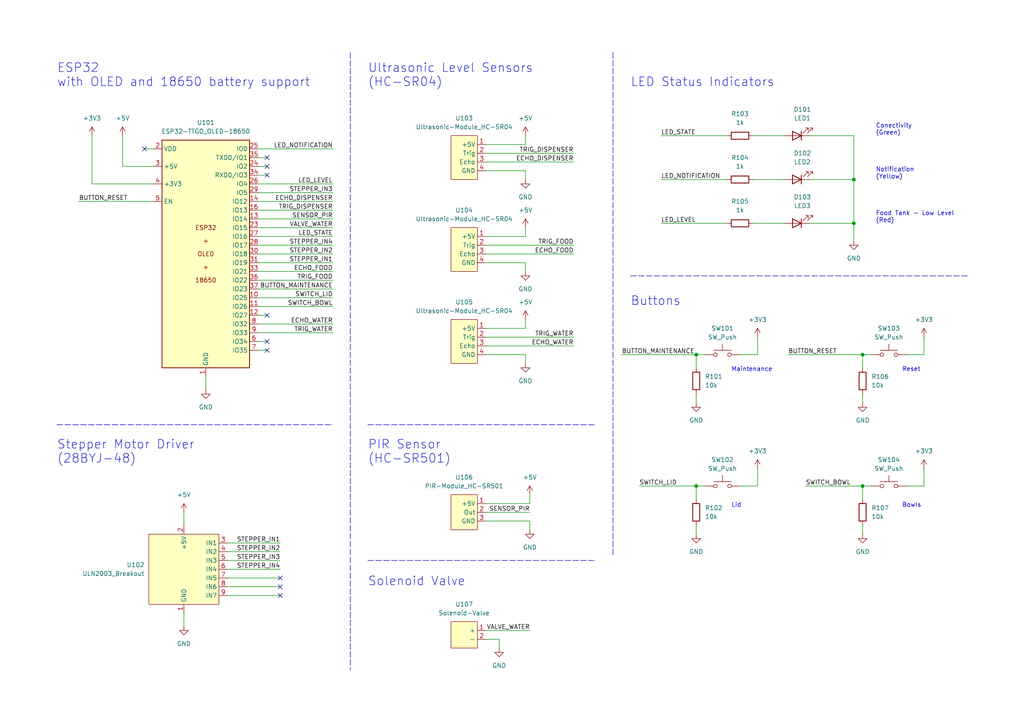
<source format=kicad_sch>
(kicad_sch (version 20211123) (generator eeschema)

  (uuid e640be35-96a1-4018-877b-1674a3a6a61d)

  (paper "A4")

  (title_block
    (title "Smart Pet Feeder Schematic")
    (date "2022-11-04")
    (rev "v1.0.0")
    (company "Projeto PIC")
    (comment 1 "Manuel Lagarto")
  )

  (lib_symbols
    (symbol "Device:LED" (pin_numbers hide) (pin_names (offset 1.016) hide) (in_bom yes) (on_board yes)
      (property "Reference" "D" (id 0) (at 0 2.54 0)
        (effects (font (size 1.27 1.27)))
      )
      (property "Value" "LED" (id 1) (at 0 -2.54 0)
        (effects (font (size 1.27 1.27)))
      )
      (property "Footprint" "" (id 2) (at 0 0 0)
        (effects (font (size 1.27 1.27)) hide)
      )
      (property "Datasheet" "~" (id 3) (at 0 0 0)
        (effects (font (size 1.27 1.27)) hide)
      )
      (property "ki_keywords" "LED diode" (id 4) (at 0 0 0)
        (effects (font (size 1.27 1.27)) hide)
      )
      (property "ki_description" "Light emitting diode" (id 5) (at 0 0 0)
        (effects (font (size 1.27 1.27)) hide)
      )
      (property "ki_fp_filters" "LED* LED_SMD:* LED_THT:*" (id 6) (at 0 0 0)
        (effects (font (size 1.27 1.27)) hide)
      )
      (symbol "LED_0_1"
        (polyline
          (pts
            (xy -1.27 -1.27)
            (xy -1.27 1.27)
          )
          (stroke (width 0.254) (type default) (color 0 0 0 0))
          (fill (type none))
        )
        (polyline
          (pts
            (xy -1.27 0)
            (xy 1.27 0)
          )
          (stroke (width 0) (type default) (color 0 0 0 0))
          (fill (type none))
        )
        (polyline
          (pts
            (xy 1.27 -1.27)
            (xy 1.27 1.27)
            (xy -1.27 0)
            (xy 1.27 -1.27)
          )
          (stroke (width 0.254) (type default) (color 0 0 0 0))
          (fill (type none))
        )
        (polyline
          (pts
            (xy -3.048 -0.762)
            (xy -4.572 -2.286)
            (xy -3.81 -2.286)
            (xy -4.572 -2.286)
            (xy -4.572 -1.524)
          )
          (stroke (width 0) (type default) (color 0 0 0 0))
          (fill (type none))
        )
        (polyline
          (pts
            (xy -1.778 -0.762)
            (xy -3.302 -2.286)
            (xy -2.54 -2.286)
            (xy -3.302 -2.286)
            (xy -3.302 -1.524)
          )
          (stroke (width 0) (type default) (color 0 0 0 0))
          (fill (type none))
        )
      )
      (symbol "LED_1_1"
        (pin passive line (at -3.81 0 0) (length 2.54)
          (name "K" (effects (font (size 1.27 1.27))))
          (number "1" (effects (font (size 1.27 1.27))))
        )
        (pin passive line (at 3.81 0 180) (length 2.54)
          (name "A" (effects (font (size 1.27 1.27))))
          (number "2" (effects (font (size 1.27 1.27))))
        )
      )
    )
    (symbol "Device:R" (pin_numbers hide) (pin_names (offset 0)) (in_bom yes) (on_board yes)
      (property "Reference" "R" (id 0) (at 2.032 0 90)
        (effects (font (size 1.27 1.27)))
      )
      (property "Value" "R" (id 1) (at 0 0 90)
        (effects (font (size 1.27 1.27)))
      )
      (property "Footprint" "" (id 2) (at -1.778 0 90)
        (effects (font (size 1.27 1.27)) hide)
      )
      (property "Datasheet" "~" (id 3) (at 0 0 0)
        (effects (font (size 1.27 1.27)) hide)
      )
      (property "ki_keywords" "R res resistor" (id 4) (at 0 0 0)
        (effects (font (size 1.27 1.27)) hide)
      )
      (property "ki_description" "Resistor" (id 5) (at 0 0 0)
        (effects (font (size 1.27 1.27)) hide)
      )
      (property "ki_fp_filters" "R_*" (id 6) (at 0 0 0)
        (effects (font (size 1.27 1.27)) hide)
      )
      (symbol "R_0_1"
        (rectangle (start -1.016 -2.54) (end 1.016 2.54)
          (stroke (width 0.254) (type default) (color 0 0 0 0))
          (fill (type none))
        )
      )
      (symbol "R_1_1"
        (pin passive line (at 0 3.81 270) (length 1.27)
          (name "~" (effects (font (size 1.27 1.27))))
          (number "1" (effects (font (size 1.27 1.27))))
        )
        (pin passive line (at 0 -3.81 90) (length 1.27)
          (name "~" (effects (font (size 1.27 1.27))))
          (number "2" (effects (font (size 1.27 1.27))))
        )
      )
    )
    (symbol "Driver_Motor:ULN2003_Breakout" (in_bom yes) (on_board yes)
      (property "Reference" "U" (id 0) (at 0 13.97 0)
        (effects (font (size 1.27 1.27)))
      )
      (property "Value" "ULN2003_Breakout" (id 1) (at 0 13.97 0)
        (effects (font (size 1.27 1.27)))
      )
      (property "Footprint" "" (id 2) (at 0 13.97 0)
        (effects (font (size 1.27 1.27)) hide)
      )
      (property "Datasheet" "" (id 3) (at 0 13.97 0)
        (effects (font (size 1.27 1.27)) hide)
      )
      (symbol "ULN2003_Breakout_0_1"
        (rectangle (start -10.16 10.16) (end 10.16 -10.16)
          (stroke (width 0) (type default) (color 0 0 0 0))
          (fill (type background))
        )
      )
      (symbol "ULN2003_Breakout_1_1"
        (pin power_in line (at 0 -12.7 90) (length 2.54)
          (name "GND" (effects (font (size 1.27 1.27))))
          (number "1" (effects (font (size 1.27 1.27))))
        )
        (pin power_in line (at 0 12.7 270) (length 2.54)
          (name "+5V" (effects (font (size 1.27 1.27))))
          (number "2" (effects (font (size 1.27 1.27))))
        )
        (pin bidirectional line (at 12.7 7.62 180) (length 2.54)
          (name "IN1" (effects (font (size 1.27 1.27))))
          (number "3" (effects (font (size 1.27 1.27))))
        )
        (pin bidirectional line (at 12.7 5.08 180) (length 2.54)
          (name "IN2" (effects (font (size 1.27 1.27))))
          (number "4" (effects (font (size 1.27 1.27))))
        )
        (pin bidirectional line (at 12.7 2.54 180) (length 2.54)
          (name "IN3" (effects (font (size 1.27 1.27))))
          (number "5" (effects (font (size 1.27 1.27))))
        )
        (pin bidirectional line (at 12.7 0 180) (length 2.54)
          (name "IN4" (effects (font (size 1.27 1.27))))
          (number "6" (effects (font (size 1.27 1.27))))
        )
        (pin bidirectional line (at 12.7 -2.54 180) (length 2.54)
          (name "IN5" (effects (font (size 1.27 1.27))))
          (number "7" (effects (font (size 1.27 1.27))))
        )
        (pin bidirectional line (at 12.7 -5.08 180) (length 2.54)
          (name "IN6" (effects (font (size 1.27 1.27))))
          (number "8" (effects (font (size 1.27 1.27))))
        )
        (pin bidirectional line (at 12.7 -7.62 180) (length 2.54)
          (name "IN7" (effects (font (size 1.27 1.27))))
          (number "9" (effects (font (size 1.27 1.27))))
        )
      )
    )
    (symbol "RF_Module:ESP32-TTGO_OLED-18650" (in_bom yes) (on_board yes)
      (property "Reference" "U" (id 0) (at 15.24 35.56 0)
        (effects (font (size 1.27 1.27)))
      )
      (property "Value" "ESP32-TTGO_OLED-18650" (id 1) (at 19.05 35.56 0)
        (effects (font (size 1.27 1.27)))
      )
      (property "Footprint" "" (id 2) (at 15.24 35.56 0)
        (effects (font (size 1.27 1.27)) hide)
      )
      (property "Datasheet" "" (id 3) (at 15.24 35.56 0)
        (effects (font (size 1.27 1.27)) hide)
      )
      (symbol "ESP32-TTGO_OLED-18650_0_0"
        (text "+" (at 0 -3.81 0)
          (effects (font (size 1.27 1.27)))
        )
        (text "+" (at 0 3.81 0)
          (effects (font (size 1.27 1.27)))
        )
        (text "18650" (at 0 -7.62 0)
          (effects (font (size 1.27 1.27)))
        )
        (text "ESP32" (at 0 7.62 0)
          (effects (font (size 1.27 1.27)))
        )
        (text "OLED" (at 0 0 0)
          (effects (font (size 1.27 1.27)))
        )
      )
      (symbol "ESP32-TTGO_OLED-18650_0_1"
        (rectangle (start -12.7 33.02) (end 12.7 -33.02)
          (stroke (width 0.254) (type default) (color 0 0 0 0))
          (fill (type background))
        )
      )
      (symbol "ESP32-TTGO_OLED-18650_1_1"
        (pin power_in line (at 0 -35.56 90) (length 2.54)
          (name "GND" (effects (font (size 1.27 1.27))))
          (number "1" (effects (font (size 1.27 1.27))))
        )
        (pin bidirectional line (at 15.24 -12.7 180) (length 2.54)
          (name "IO25" (effects (font (size 1.27 1.27))))
          (number "10" (effects (font (size 1.27 1.27))))
        )
        (pin bidirectional line (at 15.24 -15.24 180) (length 2.54)
          (name "IO26" (effects (font (size 1.27 1.27))))
          (number "11" (effects (font (size 1.27 1.27))))
        )
        (pin bidirectional line (at 15.24 -17.78 180) (length 2.54)
          (name "IO27" (effects (font (size 1.27 1.27))))
          (number "12" (effects (font (size 1.27 1.27))))
        )
        (pin bidirectional line (at 15.24 10.16 180) (length 2.54)
          (name "IO14" (effects (font (size 1.27 1.27))))
          (number "13" (effects (font (size 1.27 1.27))))
        )
        (pin bidirectional line (at 15.24 15.24 180) (length 2.54)
          (name "IO12" (effects (font (size 1.27 1.27))))
          (number "14" (effects (font (size 1.27 1.27))))
        )
        (pin passive line (at 0 -35.56 90) (length 2.54) hide
          (name "GND" (effects (font (size 1.27 1.27))))
          (number "15" (effects (font (size 1.27 1.27))))
        )
        (pin bidirectional line (at 15.24 12.7 180) (length 2.54)
          (name "IO13" (effects (font (size 1.27 1.27))))
          (number "16" (effects (font (size 1.27 1.27))))
        )
        (pin power_in line (at -15.24 30.48 0) (length 2.54)
          (name "VDD" (effects (font (size 1.27 1.27))))
          (number "2" (effects (font (size 1.27 1.27))))
        )
        (pin bidirectional line (at 15.24 7.62 180) (length 2.54)
          (name "IO15" (effects (font (size 1.27 1.27))))
          (number "23" (effects (font (size 1.27 1.27))))
        )
        (pin bidirectional line (at 15.24 25.4 180) (length 2.54)
          (name "IO2" (effects (font (size 1.27 1.27))))
          (number "24" (effects (font (size 1.27 1.27))))
        )
        (pin bidirectional line (at 15.24 30.48 180) (length 2.54)
          (name "IO0" (effects (font (size 1.27 1.27))))
          (number "25" (effects (font (size 1.27 1.27))))
        )
        (pin bidirectional line (at 15.24 20.32 180) (length 2.54)
          (name "IO4" (effects (font (size 1.27 1.27))))
          (number "26" (effects (font (size 1.27 1.27))))
        )
        (pin bidirectional line (at 15.24 5.08 180) (length 2.54)
          (name "IO16" (effects (font (size 1.27 1.27))))
          (number "27" (effects (font (size 1.27 1.27))))
        )
        (pin bidirectional line (at 15.24 2.54 180) (length 2.54)
          (name "IO17" (effects (font (size 1.27 1.27))))
          (number "28" (effects (font (size 1.27 1.27))))
        )
        (pin bidirectional line (at 15.24 17.78 180) (length 2.54)
          (name "IO5" (effects (font (size 1.27 1.27))))
          (number "29" (effects (font (size 1.27 1.27))))
        )
        (pin power_out line (at -15.24 25.4 0) (length 2.54)
          (name "+5V" (effects (font (size 1.27 1.27))))
          (number "3" (effects (font (size 1.27 1.27))))
        )
        (pin bidirectional line (at 15.24 0 180) (length 2.54)
          (name "IO18" (effects (font (size 1.27 1.27))))
          (number "30" (effects (font (size 1.27 1.27))))
        )
        (pin bidirectional line (at 15.24 -2.54 180) (length 2.54)
          (name "IO19" (effects (font (size 1.27 1.27))))
          (number "31" (effects (font (size 1.27 1.27))))
        )
        (pin bidirectional line (at 15.24 -5.08 180) (length 2.54)
          (name "IO21" (effects (font (size 1.27 1.27))))
          (number "33" (effects (font (size 1.27 1.27))))
        )
        (pin bidirectional line (at 15.24 22.86 180) (length 2.54)
          (name "RXD0/IO3" (effects (font (size 1.27 1.27))))
          (number "34" (effects (font (size 1.27 1.27))))
        )
        (pin bidirectional line (at 15.24 27.94 180) (length 2.54)
          (name "TXD0/IO1" (effects (font (size 1.27 1.27))))
          (number "35" (effects (font (size 1.27 1.27))))
        )
        (pin bidirectional line (at 15.24 -7.62 180) (length 2.54)
          (name "IO22" (effects (font (size 1.27 1.27))))
          (number "36" (effects (font (size 1.27 1.27))))
        )
        (pin bidirectional line (at 15.24 -10.16 180) (length 2.54)
          (name "IO23" (effects (font (size 1.27 1.27))))
          (number "37" (effects (font (size 1.27 1.27))))
        )
        (pin passive line (at 0 -35.56 90) (length 2.54) hide
          (name "GND" (effects (font (size 1.27 1.27))))
          (number "38" (effects (font (size 1.27 1.27))))
        )
        (pin passive line (at 0 -35.56 90) (length 2.54) hide
          (name "GND" (effects (font (size 1.27 1.27))))
          (number "39" (effects (font (size 1.27 1.27))))
        )
        (pin power_out line (at -15.24 20.32 0) (length 2.54)
          (name "+3V3" (effects (font (size 1.27 1.27))))
          (number "4" (effects (font (size 1.27 1.27))))
        )
        (pin input line (at -15.24 15.24 0) (length 2.54)
          (name "EN" (effects (font (size 1.27 1.27))))
          (number "5" (effects (font (size 1.27 1.27))))
        )
        (pin input line (at 15.24 -25.4 180) (length 2.54)
          (name "IO34" (effects (font (size 1.27 1.27))))
          (number "6" (effects (font (size 1.27 1.27))))
        )
        (pin input line (at 15.24 -27.94 180) (length 2.54)
          (name "IO35" (effects (font (size 1.27 1.27))))
          (number "7" (effects (font (size 1.27 1.27))))
        )
        (pin bidirectional line (at 15.24 -20.32 180) (length 2.54)
          (name "IO32" (effects (font (size 1.27 1.27))))
          (number "8" (effects (font (size 1.27 1.27))))
        )
        (pin bidirectional line (at 15.24 -22.86 180) (length 2.54)
          (name "IO33" (effects (font (size 1.27 1.27))))
          (number "9" (effects (font (size 1.27 1.27))))
        )
      )
    )
    (symbol "Sensor:PIR-Module_HC-SR501" (in_bom yes) (on_board yes)
      (property "Reference" "U" (id 0) (at 0 8.89 0)
        (effects (font (size 1.27 1.27)))
      )
      (property "Value" "PIR-Module_HC-SR501" (id 1) (at 0 6.35 0)
        (effects (font (size 1.27 1.27)))
      )
      (property "Footprint" "" (id 2) (at 0 8.89 0)
        (effects (font (size 1.27 1.27)) hide)
      )
      (property "Datasheet" "" (id 3) (at 0 8.89 0)
        (effects (font (size 1.27 1.27)) hide)
      )
      (symbol "PIR-Module_HC-SR501_0_1"
        (rectangle (start -3.81 5.08) (end 3.81 -5.08)
          (stroke (width 0) (type default) (color 0 0 0 0))
          (fill (type background))
        )
      )
      (symbol "PIR-Module_HC-SR501_1_1"
        (pin power_in line (at 6.35 2.54 180) (length 2.54)
          (name "+5V" (effects (font (size 1.27 1.27))))
          (number "1" (effects (font (size 1.27 1.27))))
        )
        (pin output line (at 6.35 0 180) (length 2.54)
          (name "Out" (effects (font (size 1.27 1.27))))
          (number "2" (effects (font (size 1.27 1.27))))
        )
        (pin power_in line (at 6.35 -2.54 180) (length 2.54)
          (name "GND" (effects (font (size 1.27 1.27))))
          (number "3" (effects (font (size 1.27 1.27))))
        )
      )
    )
    (symbol "Sensor:Ultrasonic-Module_HC-SR04" (in_bom yes) (on_board yes)
      (property "Reference" "U" (id 0) (at 0 0 0)
        (effects (font (size 1.27 1.27)))
      )
      (property "Value" "Ultrasonic-Module_HC-SR04" (id 1) (at 0 0 0)
        (effects (font (size 1.27 1.27)))
      )
      (property "Footprint" "" (id 2) (at 0 0 0)
        (effects (font (size 1.27 1.27)) hide)
      )
      (property "Datasheet" "" (id 3) (at 0 0 0)
        (effects (font (size 1.27 1.27)) hide)
      )
      (symbol "Ultrasonic-Module_HC-SR04_0_1"
        (rectangle (start -3.81 -2.54) (end 3.81 -15.24)
          (stroke (width 0) (type default) (color 0 0 0 0))
          (fill (type background))
        )
      )
      (symbol "Ultrasonic-Module_HC-SR04_1_1"
        (pin power_in line (at 6.35 -5.08 180) (length 2.54)
          (name "+5V" (effects (font (size 1.27 1.27))))
          (number "1" (effects (font (size 1.27 1.27))))
        )
        (pin input line (at 6.35 -7.62 180) (length 2.54)
          (name "Trig" (effects (font (size 1.27 1.27))))
          (number "2" (effects (font (size 1.27 1.27))))
        )
        (pin output line (at 6.35 -10.16 180) (length 2.54)
          (name "Echo" (effects (font (size 1.27 1.27))))
          (number "3" (effects (font (size 1.27 1.27))))
        )
        (pin power_in line (at 6.35 -12.7 180) (length 2.54)
          (name "GND" (effects (font (size 1.27 1.27))))
          (number "4" (effects (font (size 1.27 1.27))))
        )
      )
    )
    (symbol "Switch:SW_Push" (pin_numbers hide) (pin_names (offset 1.016) hide) (in_bom yes) (on_board yes)
      (property "Reference" "SW" (id 0) (at 1.27 2.54 0)
        (effects (font (size 1.27 1.27)) (justify left))
      )
      (property "Value" "SW_Push" (id 1) (at 0 -1.524 0)
        (effects (font (size 1.27 1.27)))
      )
      (property "Footprint" "" (id 2) (at 0 5.08 0)
        (effects (font (size 1.27 1.27)) hide)
      )
      (property "Datasheet" "~" (id 3) (at 0 5.08 0)
        (effects (font (size 1.27 1.27)) hide)
      )
      (property "ki_keywords" "switch normally-open pushbutton push-button" (id 4) (at 0 0 0)
        (effects (font (size 1.27 1.27)) hide)
      )
      (property "ki_description" "Push button switch, generic, two pins" (id 5) (at 0 0 0)
        (effects (font (size 1.27 1.27)) hide)
      )
      (symbol "SW_Push_0_1"
        (circle (center -2.032 0) (radius 0.508)
          (stroke (width 0) (type default) (color 0 0 0 0))
          (fill (type none))
        )
        (polyline
          (pts
            (xy 0 1.27)
            (xy 0 3.048)
          )
          (stroke (width 0) (type default) (color 0 0 0 0))
          (fill (type none))
        )
        (polyline
          (pts
            (xy 2.54 1.27)
            (xy -2.54 1.27)
          )
          (stroke (width 0) (type default) (color 0 0 0 0))
          (fill (type none))
        )
        (circle (center 2.032 0) (radius 0.508)
          (stroke (width 0) (type default) (color 0 0 0 0))
          (fill (type none))
        )
        (pin passive line (at -5.08 0 0) (length 2.54)
          (name "1" (effects (font (size 1.27 1.27))))
          (number "1" (effects (font (size 1.27 1.27))))
        )
        (pin passive line (at 5.08 0 180) (length 2.54)
          (name "2" (effects (font (size 1.27 1.27))))
          (number "2" (effects (font (size 1.27 1.27))))
        )
      )
    )
    (symbol "Valve:Solenoid-Valve" (in_bom yes) (on_board yes)
      (property "Reference" "U" (id 0) (at 0 0 0)
        (effects (font (size 1.27 1.27)))
      )
      (property "Value" "Solenoid-Valve" (id 1) (at 0 -2.54 0)
        (effects (font (size 1.27 1.27)))
      )
      (property "Footprint" "" (id 2) (at 0 0 0)
        (effects (font (size 1.27 1.27)) hide)
      )
      (property "Datasheet" "" (id 3) (at 0 0 0)
        (effects (font (size 1.27 1.27)) hide)
      )
      (symbol "Solenoid-Valve_0_1"
        (rectangle (start -3.81 -3.81) (end 3.81 -11.43)
          (stroke (width 0) (type default) (color 0 0 0 0))
          (fill (type background))
        )
      )
      (symbol "Solenoid-Valve_1_1"
        (pin power_in line (at 6.35 -6.35 180) (length 2.54)
          (name "+" (effects (font (size 1.27 1.27))))
          (number "1" (effects (font (size 1.27 1.27))))
        )
        (pin power_out line (at 6.35 -8.89 180) (length 2.54)
          (name "-" (effects (font (size 1.27 1.27))))
          (number "2" (effects (font (size 1.27 1.27))))
        )
      )
    )
    (symbol "power:+3V3" (power) (pin_names (offset 0)) (in_bom yes) (on_board yes)
      (property "Reference" "#PWR" (id 0) (at 0 -3.81 0)
        (effects (font (size 1.27 1.27)) hide)
      )
      (property "Value" "+3V3" (id 1) (at 0 3.556 0)
        (effects (font (size 1.27 1.27)))
      )
      (property "Footprint" "" (id 2) (at 0 0 0)
        (effects (font (size 1.27 1.27)) hide)
      )
      (property "Datasheet" "" (id 3) (at 0 0 0)
        (effects (font (size 1.27 1.27)) hide)
      )
      (property "ki_keywords" "power-flag" (id 4) (at 0 0 0)
        (effects (font (size 1.27 1.27)) hide)
      )
      (property "ki_description" "Power symbol creates a global label with name \"+3V3\"" (id 5) (at 0 0 0)
        (effects (font (size 1.27 1.27)) hide)
      )
      (symbol "+3V3_0_1"
        (polyline
          (pts
            (xy -0.762 1.27)
            (xy 0 2.54)
          )
          (stroke (width 0) (type default) (color 0 0 0 0))
          (fill (type none))
        )
        (polyline
          (pts
            (xy 0 0)
            (xy 0 2.54)
          )
          (stroke (width 0) (type default) (color 0 0 0 0))
          (fill (type none))
        )
        (polyline
          (pts
            (xy 0 2.54)
            (xy 0.762 1.27)
          )
          (stroke (width 0) (type default) (color 0 0 0 0))
          (fill (type none))
        )
      )
      (symbol "+3V3_1_1"
        (pin power_in line (at 0 0 90) (length 0) hide
          (name "+3V3" (effects (font (size 1.27 1.27))))
          (number "1" (effects (font (size 1.27 1.27))))
        )
      )
    )
    (symbol "power:+5V" (power) (pin_names (offset 0)) (in_bom yes) (on_board yes)
      (property "Reference" "#PWR" (id 0) (at 0 -3.81 0)
        (effects (font (size 1.27 1.27)) hide)
      )
      (property "Value" "+5V" (id 1) (at 0 3.556 0)
        (effects (font (size 1.27 1.27)))
      )
      (property "Footprint" "" (id 2) (at 0 0 0)
        (effects (font (size 1.27 1.27)) hide)
      )
      (property "Datasheet" "" (id 3) (at 0 0 0)
        (effects (font (size 1.27 1.27)) hide)
      )
      (property "ki_keywords" "power-flag" (id 4) (at 0 0 0)
        (effects (font (size 1.27 1.27)) hide)
      )
      (property "ki_description" "Power symbol creates a global label with name \"+5V\"" (id 5) (at 0 0 0)
        (effects (font (size 1.27 1.27)) hide)
      )
      (symbol "+5V_0_1"
        (polyline
          (pts
            (xy -0.762 1.27)
            (xy 0 2.54)
          )
          (stroke (width 0) (type default) (color 0 0 0 0))
          (fill (type none))
        )
        (polyline
          (pts
            (xy 0 0)
            (xy 0 2.54)
          )
          (stroke (width 0) (type default) (color 0 0 0 0))
          (fill (type none))
        )
        (polyline
          (pts
            (xy 0 2.54)
            (xy 0.762 1.27)
          )
          (stroke (width 0) (type default) (color 0 0 0 0))
          (fill (type none))
        )
      )
      (symbol "+5V_1_1"
        (pin power_in line (at 0 0 90) (length 0) hide
          (name "+5V" (effects (font (size 1.27 1.27))))
          (number "1" (effects (font (size 1.27 1.27))))
        )
      )
    )
    (symbol "power:GND" (power) (pin_names (offset 0)) (in_bom yes) (on_board yes)
      (property "Reference" "#PWR" (id 0) (at 0 -6.35 0)
        (effects (font (size 1.27 1.27)) hide)
      )
      (property "Value" "GND" (id 1) (at 0 -3.81 0)
        (effects (font (size 1.27 1.27)))
      )
      (property "Footprint" "" (id 2) (at 0 0 0)
        (effects (font (size 1.27 1.27)) hide)
      )
      (property "Datasheet" "" (id 3) (at 0 0 0)
        (effects (font (size 1.27 1.27)) hide)
      )
      (property "ki_keywords" "power-flag" (id 4) (at 0 0 0)
        (effects (font (size 1.27 1.27)) hide)
      )
      (property "ki_description" "Power symbol creates a global label with name \"GND\" , ground" (id 5) (at 0 0 0)
        (effects (font (size 1.27 1.27)) hide)
      )
      (symbol "GND_0_1"
        (polyline
          (pts
            (xy 0 0)
            (xy 0 -1.27)
            (xy 1.27 -1.27)
            (xy 0 -2.54)
            (xy -1.27 -1.27)
            (xy 0 -1.27)
          )
          (stroke (width 0) (type default) (color 0 0 0 0))
          (fill (type none))
        )
      )
      (symbol "GND_1_1"
        (pin power_in line (at 0 0 270) (length 0) hide
          (name "GND" (effects (font (size 1.27 1.27))))
          (number "1" (effects (font (size 1.27 1.27))))
        )
      )
    )
  )

  (junction (at 250.19 140.97) (diameter 0) (color 0 0 0 0)
    (uuid 2624b796-8820-4eea-9e5c-afc4e733858e)
  )
  (junction (at 201.93 140.97) (diameter 0) (color 0 0 0 0)
    (uuid 36d495b2-b232-4979-8e77-65366a46d8a6)
  )
  (junction (at 247.65 64.77) (diameter 0) (color 0 0 0 0)
    (uuid 62bb169c-b332-4c98-b113-d1f370f8de11)
  )
  (junction (at 247.65 52.07) (diameter 0) (color 0 0 0 0)
    (uuid 9247b4da-55c8-4682-b0d2-5c7c2ba7fe04)
  )
  (junction (at 201.93 102.87) (diameter 0) (color 0 0 0 0)
    (uuid cc9444ce-850e-495f-8705-b7fb319a0e7b)
  )
  (junction (at 250.19 102.87) (diameter 0) (color 0 0 0 0)
    (uuid d24a04c1-72ee-426f-b286-616b73411952)
  )

  (no_connect (at 41.91 43.18) (uuid 294ee114-67cd-4a26-906b-173cd3108e1a))
  (no_connect (at 81.28 170.18) (uuid 5e04f384-ee24-408b-aab3-a7c712900f1c))
  (no_connect (at 81.28 172.72) (uuid 5e04f384-ee24-408b-aab3-a7c712900f1d))
  (no_connect (at 81.28 167.64) (uuid 5e04f384-ee24-408b-aab3-a7c712900f1e))
  (no_connect (at 77.47 48.26) (uuid 81ebcdf8-e031-459e-9d2f-374b10bae1ef))
  (no_connect (at 77.47 45.72) (uuid c3462cf5-d8b0-40ac-97eb-881ec816e80e))
  (no_connect (at 77.47 50.8) (uuid c3462cf5-d8b0-40ac-97eb-881ec816e80f))
  (no_connect (at 77.47 91.44) (uuid c3462cf5-d8b0-40ac-97eb-881ec816e810))
  (no_connect (at 77.47 99.06) (uuid c3462cf5-d8b0-40ac-97eb-881ec816e811))
  (no_connect (at 77.47 101.6) (uuid c3462cf5-d8b0-40ac-97eb-881ec816e812))

  (wire (pts (xy 250.19 102.87) (xy 250.19 106.68))
    (stroke (width 0) (type default) (color 0 0 0 0))
    (uuid 029298b2-6069-477c-924c-cc426ee2490a)
  )
  (wire (pts (xy 74.93 73.66) (xy 96.52 73.66))
    (stroke (width 0) (type default) (color 0 0 0 0))
    (uuid 032bc835-eedb-49e4-92c0-f107a5463355)
  )
  (wire (pts (xy 140.97 146.05) (xy 153.67 146.05))
    (stroke (width 0) (type default) (color 0 0 0 0))
    (uuid 066e39e0-71e0-4265-bf12-ee504c1b656a)
  )
  (wire (pts (xy 219.71 135.89) (xy 219.71 140.97))
    (stroke (width 0) (type default) (color 0 0 0 0))
    (uuid 06f643dc-42f3-4142-8dfa-8798605b74fd)
  )
  (wire (pts (xy 218.44 52.07) (xy 227.33 52.07))
    (stroke (width 0) (type default) (color 0 0 0 0))
    (uuid 08eb7485-63e4-41eb-9547-435fdcd0ce9e)
  )
  (wire (pts (xy 152.4 41.91) (xy 152.4 39.37))
    (stroke (width 0) (type default) (color 0 0 0 0))
    (uuid 0e8e4ebf-5b9c-449d-a489-d26ad70a4bd8)
  )
  (wire (pts (xy 180.34 102.87) (xy 201.93 102.87))
    (stroke (width 0) (type default) (color 0 0 0 0))
    (uuid 10439742-3a5c-4658-9c8f-3ba8a0d12699)
  )
  (wire (pts (xy 35.56 39.37) (xy 35.56 48.26))
    (stroke (width 0) (type default) (color 0 0 0 0))
    (uuid 1a465ef8-c01d-431e-b626-d668116b2324)
  )
  (wire (pts (xy 140.97 185.42) (xy 144.78 185.42))
    (stroke (width 0) (type default) (color 0 0 0 0))
    (uuid 1bab5579-21c3-416f-a2e1-bc441dd711dc)
  )
  (wire (pts (xy 74.93 48.26) (xy 77.47 48.26))
    (stroke (width 0) (type default) (color 0 0 0 0))
    (uuid 1bb6781b-4c36-4be9-8886-20480c43741c)
  )
  (wire (pts (xy 140.97 151.13) (xy 153.67 151.13))
    (stroke (width 0) (type default) (color 0 0 0 0))
    (uuid 1be9dd0f-c705-4919-a892-615cc0dd29f8)
  )
  (wire (pts (xy 152.4 68.58) (xy 152.4 66.04))
    (stroke (width 0) (type default) (color 0 0 0 0))
    (uuid 1d222807-0c09-4c6c-8000-e6d352a8eee4)
  )
  (polyline (pts (xy 16.51 123.19) (xy 96.52 123.19))
    (stroke (width 0) (type default) (color 0 0 0 0))
    (uuid 1d6bdae5-491f-4d12-83cd-128f6998ffe5)
  )

  (wire (pts (xy 53.34 177.8) (xy 53.34 181.61))
    (stroke (width 0) (type default) (color 0 0 0 0))
    (uuid 1df30ca6-ae8b-45cf-9b59-b22f25765de2)
  )
  (wire (pts (xy 191.77 39.37) (xy 210.82 39.37))
    (stroke (width 0) (type default) (color 0 0 0 0))
    (uuid 1f4bcb99-69f3-4944-b23d-dc931df1458d)
  )
  (wire (pts (xy 153.67 151.13) (xy 153.67 153.67))
    (stroke (width 0) (type default) (color 0 0 0 0))
    (uuid 2482172d-0db9-4007-b294-ea3aff8d58dc)
  )
  (wire (pts (xy 218.44 64.77) (xy 227.33 64.77))
    (stroke (width 0) (type default) (color 0 0 0 0))
    (uuid 24f98463-0582-4c1e-b055-0127605c41d7)
  )
  (wire (pts (xy 140.97 76.2) (xy 152.4 76.2))
    (stroke (width 0) (type default) (color 0 0 0 0))
    (uuid 26a175b1-13a5-42a3-b9f0-b1474204d233)
  )
  (wire (pts (xy 22.86 58.42) (xy 44.45 58.42))
    (stroke (width 0) (type default) (color 0 0 0 0))
    (uuid 2b7d12a7-0a76-4243-80b6-e4e0c5b801ff)
  )
  (wire (pts (xy 74.93 55.88) (xy 96.52 55.88))
    (stroke (width 0) (type default) (color 0 0 0 0))
    (uuid 2fa1ca1f-b0ee-47ff-afb1-27681e1255af)
  )
  (wire (pts (xy 74.93 50.8) (xy 77.47 50.8))
    (stroke (width 0) (type default) (color 0 0 0 0))
    (uuid 31455ac0-fb6d-4cb5-99e7-c794d737fdb8)
  )
  (wire (pts (xy 74.93 96.52) (xy 96.52 96.52))
    (stroke (width 0) (type default) (color 0 0 0 0))
    (uuid 3285dc80-7b8b-4be7-9dc2-ef6e9944ba17)
  )
  (wire (pts (xy 140.97 73.66) (xy 166.37 73.66))
    (stroke (width 0) (type default) (color 0 0 0 0))
    (uuid 3428ae12-26a8-4bdc-ade5-c66a794090c8)
  )
  (wire (pts (xy 201.93 140.97) (xy 204.47 140.97))
    (stroke (width 0) (type default) (color 0 0 0 0))
    (uuid 4159eecb-a3e8-49f1-9e86-c4dba9f942c2)
  )
  (wire (pts (xy 233.68 140.97) (xy 250.19 140.97))
    (stroke (width 0) (type default) (color 0 0 0 0))
    (uuid 435e34a2-5489-4b36-bceb-c3490a520185)
  )
  (wire (pts (xy 74.93 76.2) (xy 96.52 76.2))
    (stroke (width 0) (type default) (color 0 0 0 0))
    (uuid 46cf7c29-2010-4ecc-b2d1-c527b1027712)
  )
  (wire (pts (xy 74.93 63.5) (xy 96.52 63.5))
    (stroke (width 0) (type default) (color 0 0 0 0))
    (uuid 4c40ab7c-950b-4455-8f1d-4ade80ed80ef)
  )
  (wire (pts (xy 26.67 53.34) (xy 44.45 53.34))
    (stroke (width 0) (type default) (color 0 0 0 0))
    (uuid 53b5256f-35e8-41c5-a929-dca2847831a3)
  )
  (wire (pts (xy 201.93 114.3) (xy 201.93 116.84))
    (stroke (width 0) (type default) (color 0 0 0 0))
    (uuid 544ac7e8-51d5-4dc5-b45e-6958a9ed990c)
  )
  (wire (pts (xy 140.97 49.53) (xy 152.4 49.53))
    (stroke (width 0) (type default) (color 0 0 0 0))
    (uuid 548ef588-1b9b-4733-87c7-07b7c05a0d73)
  )
  (polyline (pts (xy 101.6 15.24) (xy 101.6 194.31))
    (stroke (width 0) (type default) (color 0 0 0 0))
    (uuid 58bd50cb-6425-443a-a512-e178c7ee290c)
  )

  (wire (pts (xy 66.04 157.48) (xy 81.28 157.48))
    (stroke (width 0) (type default) (color 0 0 0 0))
    (uuid 59352e82-f954-4c09-8ca4-8466b22253d4)
  )
  (wire (pts (xy 140.97 44.45) (xy 166.37 44.45))
    (stroke (width 0) (type default) (color 0 0 0 0))
    (uuid 5c528757-a2a9-4c11-82d5-4be3bb93a49c)
  )
  (wire (pts (xy 140.97 97.79) (xy 166.37 97.79))
    (stroke (width 0) (type default) (color 0 0 0 0))
    (uuid 5f190855-cc3a-4fef-9f6a-4fed2cdf4ab0)
  )
  (wire (pts (xy 53.34 148.59) (xy 53.34 152.4))
    (stroke (width 0) (type default) (color 0 0 0 0))
    (uuid 68d907bb-5fd9-4eb3-8d1a-f2cc9f894d8e)
  )
  (wire (pts (xy 74.93 68.58) (xy 96.52 68.58))
    (stroke (width 0) (type default) (color 0 0 0 0))
    (uuid 6e2100c1-434a-4eac-a6dd-3fae8ca35f27)
  )
  (wire (pts (xy 66.04 165.1) (xy 81.28 165.1))
    (stroke (width 0) (type default) (color 0 0 0 0))
    (uuid 6ef4d0c4-9d94-4e39-ac04-1ea213eefbfb)
  )
  (wire (pts (xy 140.97 68.58) (xy 152.4 68.58))
    (stroke (width 0) (type default) (color 0 0 0 0))
    (uuid 70c97501-2ea6-4461-b5d3-726687a41374)
  )
  (wire (pts (xy 66.04 160.02) (xy 81.28 160.02))
    (stroke (width 0) (type default) (color 0 0 0 0))
    (uuid 721416b2-1f10-4822-8882-6bd71589c901)
  )
  (wire (pts (xy 74.93 53.34) (xy 96.52 53.34))
    (stroke (width 0) (type default) (color 0 0 0 0))
    (uuid 72d2c40f-6a57-4ca6-9a05-e11f9aaf696c)
  )
  (wire (pts (xy 267.97 135.89) (xy 267.97 140.97))
    (stroke (width 0) (type default) (color 0 0 0 0))
    (uuid 7463f720-c8c4-4462-8d02-fd3b1da60281)
  )
  (wire (pts (xy 219.71 102.87) (xy 214.63 102.87))
    (stroke (width 0) (type default) (color 0 0 0 0))
    (uuid 74b87ea7-0b38-4e09-bbac-ada262c979c5)
  )
  (wire (pts (xy 144.78 185.42) (xy 144.78 187.96))
    (stroke (width 0) (type default) (color 0 0 0 0))
    (uuid 78eda475-68e2-4c3c-a7c0-c911b4bac24a)
  )
  (polyline (pts (xy 106.68 162.56) (xy 172.72 162.56))
    (stroke (width 0) (type default) (color 0 0 0 0))
    (uuid 7a33e84a-88d2-4d3b-9868-8837516c529b)
  )

  (wire (pts (xy 185.42 140.97) (xy 201.93 140.97))
    (stroke (width 0) (type default) (color 0 0 0 0))
    (uuid 7b04faf3-92fa-413a-b462-c87af7aa88a4)
  )
  (wire (pts (xy 26.67 39.37) (xy 26.67 53.34))
    (stroke (width 0) (type default) (color 0 0 0 0))
    (uuid 7bb41826-9c45-4ab6-ab7e-7591605fc44f)
  )
  (polyline (pts (xy 106.68 123.19) (xy 172.72 123.19))
    (stroke (width 0) (type default) (color 0 0 0 0))
    (uuid 7bcd8449-6559-4fb7-917b-39c6331761b6)
  )

  (wire (pts (xy 247.65 52.07) (xy 247.65 64.77))
    (stroke (width 0) (type default) (color 0 0 0 0))
    (uuid 7e2aa173-c76c-4725-9dcd-688947c1b647)
  )
  (wire (pts (xy 140.97 102.87) (xy 152.4 102.87))
    (stroke (width 0) (type default) (color 0 0 0 0))
    (uuid 8100bb7d-8d8a-4a66-8286-01fb6e2b52e1)
  )
  (wire (pts (xy 219.71 97.79) (xy 219.71 102.87))
    (stroke (width 0) (type default) (color 0 0 0 0))
    (uuid 8374002d-9441-4b36-8efb-0cfc3eb75fe8)
  )
  (wire (pts (xy 74.93 78.74) (xy 96.52 78.74))
    (stroke (width 0) (type default) (color 0 0 0 0))
    (uuid 84c6714d-a7e3-494d-ad0a-c89dd9061932)
  )
  (wire (pts (xy 74.93 83.82) (xy 96.52 83.82))
    (stroke (width 0) (type default) (color 0 0 0 0))
    (uuid 86202f7a-1a04-4b29-9460-95e678d3b0a7)
  )
  (wire (pts (xy 74.93 93.98) (xy 96.52 93.98))
    (stroke (width 0) (type default) (color 0 0 0 0))
    (uuid 868fb0d8-ca50-4e47-b884-302dae0e1132)
  )
  (wire (pts (xy 218.44 39.37) (xy 227.33 39.37))
    (stroke (width 0) (type default) (color 0 0 0 0))
    (uuid 87098623-34c9-4a93-80bf-d1cb01fa78fa)
  )
  (wire (pts (xy 247.65 39.37) (xy 247.65 52.07))
    (stroke (width 0) (type default) (color 0 0 0 0))
    (uuid 87f67534-dd38-48a0-a1ba-a4139d9b0b1b)
  )
  (wire (pts (xy 234.95 64.77) (xy 247.65 64.77))
    (stroke (width 0) (type default) (color 0 0 0 0))
    (uuid 89a9dce7-421b-458a-b392-ea24d3725a52)
  )
  (wire (pts (xy 74.93 81.28) (xy 96.52 81.28))
    (stroke (width 0) (type default) (color 0 0 0 0))
    (uuid 8a5d098d-e1a3-4be5-9eae-269a92048fe3)
  )
  (wire (pts (xy 74.93 101.6) (xy 77.47 101.6))
    (stroke (width 0) (type default) (color 0 0 0 0))
    (uuid 8d09dcbc-9da2-4abb-8e56-7b2e39546f27)
  )
  (wire (pts (xy 66.04 167.64) (xy 81.28 167.64))
    (stroke (width 0) (type default) (color 0 0 0 0))
    (uuid 8d77da7e-16d8-49e1-9137-2dacc986fa91)
  )
  (wire (pts (xy 66.04 162.56) (xy 81.28 162.56))
    (stroke (width 0) (type default) (color 0 0 0 0))
    (uuid 90917d15-d761-4ab9-8817-379f72c606a9)
  )
  (wire (pts (xy 201.93 102.87) (xy 204.47 102.87))
    (stroke (width 0) (type default) (color 0 0 0 0))
    (uuid 92695b26-e7fe-42d2-8596-e74b7c1d51ca)
  )
  (wire (pts (xy 228.6 102.87) (xy 250.19 102.87))
    (stroke (width 0) (type default) (color 0 0 0 0))
    (uuid 9369b81d-c080-4800-8ee6-28647db284d2)
  )
  (wire (pts (xy 219.71 140.97) (xy 214.63 140.97))
    (stroke (width 0) (type default) (color 0 0 0 0))
    (uuid 97b0aab4-3812-45af-80fd-c4ffd079ad01)
  )
  (wire (pts (xy 250.19 152.4) (xy 250.19 154.94))
    (stroke (width 0) (type default) (color 0 0 0 0))
    (uuid 97d4932b-98f1-4fd1-aff3-2a9081ebbb56)
  )
  (wire (pts (xy 140.97 148.59) (xy 153.67 148.59))
    (stroke (width 0) (type default) (color 0 0 0 0))
    (uuid 981e7f23-3d85-483b-8a0e-c8bab7be68f6)
  )
  (wire (pts (xy 74.93 58.42) (xy 96.52 58.42))
    (stroke (width 0) (type default) (color 0 0 0 0))
    (uuid 98210205-a668-45d9-8dd6-29886d17efd3)
  )
  (wire (pts (xy 74.93 45.72) (xy 77.47 45.72))
    (stroke (width 0) (type default) (color 0 0 0 0))
    (uuid 9d5cc77c-0150-4a61-b628-af0939838803)
  )
  (wire (pts (xy 74.93 43.18) (xy 96.52 43.18))
    (stroke (width 0) (type default) (color 0 0 0 0))
    (uuid 9d9371bd-0579-446d-8932-604887f561fd)
  )
  (wire (pts (xy 41.91 43.18) (xy 44.45 43.18))
    (stroke (width 0) (type default) (color 0 0 0 0))
    (uuid 9ef7f8dd-9091-4370-8b61-b25a1de79076)
  )
  (wire (pts (xy 250.19 102.87) (xy 252.73 102.87))
    (stroke (width 0) (type default) (color 0 0 0 0))
    (uuid a0c1de52-8f81-43cf-a516-e7b41ff9c905)
  )
  (wire (pts (xy 153.67 143.51) (xy 153.67 146.05))
    (stroke (width 0) (type default) (color 0 0 0 0))
    (uuid a9b7eb6f-a808-4882-b6e7-981fb6afb2b8)
  )
  (wire (pts (xy 66.04 170.18) (xy 81.28 170.18))
    (stroke (width 0) (type default) (color 0 0 0 0))
    (uuid aacb199c-7d51-4cf9-a81a-ff53c12416f7)
  )
  (wire (pts (xy 74.93 88.9) (xy 96.52 88.9))
    (stroke (width 0) (type default) (color 0 0 0 0))
    (uuid abe06eaf-af52-4772-80d7-df411c69667a)
  )
  (wire (pts (xy 140.97 41.91) (xy 152.4 41.91))
    (stroke (width 0) (type default) (color 0 0 0 0))
    (uuid ac59ad9b-d779-47f1-b75e-b5d4dc6a1de8)
  )
  (wire (pts (xy 66.04 172.72) (xy 81.28 172.72))
    (stroke (width 0) (type default) (color 0 0 0 0))
    (uuid ae10e1ed-4c83-4c62-a426-16456666b049)
  )
  (wire (pts (xy 59.69 109.22) (xy 59.69 113.03))
    (stroke (width 0) (type default) (color 0 0 0 0))
    (uuid aeec871b-0902-4ce5-a1ed-2eb4fae58398)
  )
  (wire (pts (xy 140.97 182.88) (xy 153.67 182.88))
    (stroke (width 0) (type default) (color 0 0 0 0))
    (uuid b295b999-bddb-41d7-9ed0-fc3701c6b87c)
  )
  (wire (pts (xy 140.97 46.99) (xy 166.37 46.99))
    (stroke (width 0) (type default) (color 0 0 0 0))
    (uuid b4ec3a5a-90aa-4230-b381-a40a45201cc2)
  )
  (wire (pts (xy 191.77 64.77) (xy 210.82 64.77))
    (stroke (width 0) (type default) (color 0 0 0 0))
    (uuid b61df044-8906-4cbd-9988-7c1d1cc1810b)
  )
  (wire (pts (xy 267.97 102.87) (xy 262.89 102.87))
    (stroke (width 0) (type default) (color 0 0 0 0))
    (uuid b76f43ba-e824-46c5-8f2d-0d0aa6b267bd)
  )
  (wire (pts (xy 247.65 64.77) (xy 247.65 69.85))
    (stroke (width 0) (type default) (color 0 0 0 0))
    (uuid bcd17ea9-3be5-402c-98a5-52dec9763576)
  )
  (wire (pts (xy 201.93 102.87) (xy 201.93 106.68))
    (stroke (width 0) (type default) (color 0 0 0 0))
    (uuid bfc587b5-096f-41ff-82e6-84addca7e1da)
  )
  (polyline (pts (xy 177.8 15.24) (xy 177.8 161.29))
    (stroke (width 0) (type default) (color 0 0 0 0))
    (uuid c5ae7ec4-fd3b-4e57-83b2-3fe45abd4181)
  )

  (wire (pts (xy 74.93 86.36) (xy 96.52 86.36))
    (stroke (width 0) (type default) (color 0 0 0 0))
    (uuid c66bcc02-3492-47c2-bdb9-cc479b6f2fde)
  )
  (wire (pts (xy 140.97 95.25) (xy 152.4 95.25))
    (stroke (width 0) (type default) (color 0 0 0 0))
    (uuid c6f6a8ff-7d87-42d9-b931-dfeb3aa1297c)
  )
  (wire (pts (xy 74.93 66.04) (xy 96.52 66.04))
    (stroke (width 0) (type default) (color 0 0 0 0))
    (uuid c7f23c16-6b2e-4ca3-b212-1af653c2b646)
  )
  (wire (pts (xy 74.93 91.44) (xy 77.47 91.44))
    (stroke (width 0) (type default) (color 0 0 0 0))
    (uuid c8bda150-6057-4d3a-b177-ac0b08616d57)
  )
  (wire (pts (xy 267.97 97.79) (xy 267.97 102.87))
    (stroke (width 0) (type default) (color 0 0 0 0))
    (uuid ce430286-7cda-4906-96a5-7473680fca97)
  )
  (wire (pts (xy 74.93 71.12) (xy 96.52 71.12))
    (stroke (width 0) (type default) (color 0 0 0 0))
    (uuid d05dc8d4-e4b9-4363-9c78-469363eaec64)
  )
  (wire (pts (xy 152.4 95.25) (xy 152.4 92.71))
    (stroke (width 0) (type default) (color 0 0 0 0))
    (uuid d1948aba-1d90-4b51-af02-999cd86402fb)
  )
  (wire (pts (xy 74.93 60.96) (xy 96.52 60.96))
    (stroke (width 0) (type default) (color 0 0 0 0))
    (uuid d29a2ee1-f5f4-414f-bed7-5be211545144)
  )
  (wire (pts (xy 201.93 140.97) (xy 201.93 144.78))
    (stroke (width 0) (type default) (color 0 0 0 0))
    (uuid d2bf4357-8000-4bcd-b26c-cae523904167)
  )
  (wire (pts (xy 74.93 99.06) (xy 77.47 99.06))
    (stroke (width 0) (type default) (color 0 0 0 0))
    (uuid d34d31a7-b567-4186-8c50-cafcce119e3a)
  )
  (wire (pts (xy 250.19 140.97) (xy 252.73 140.97))
    (stroke (width 0) (type default) (color 0 0 0 0))
    (uuid d464ea5c-2e6f-40a8-87bb-55078eb9cfc7)
  )
  (wire (pts (xy 250.19 140.97) (xy 250.19 144.78))
    (stroke (width 0) (type default) (color 0 0 0 0))
    (uuid d9ad6e5e-afc8-46b3-a230-efede456bec0)
  )
  (wire (pts (xy 267.97 140.97) (xy 262.89 140.97))
    (stroke (width 0) (type default) (color 0 0 0 0))
    (uuid dde5270d-fb4b-4774-8ed4-77176ba130ca)
  )
  (wire (pts (xy 152.4 102.87) (xy 152.4 105.41))
    (stroke (width 0) (type default) (color 0 0 0 0))
    (uuid e06e2f7d-e9f6-4053-a630-c70b60370b47)
  )
  (wire (pts (xy 35.56 48.26) (xy 44.45 48.26))
    (stroke (width 0) (type default) (color 0 0 0 0))
    (uuid e1e166d5-a986-42b2-a51a-5837073d7c54)
  )
  (wire (pts (xy 250.19 114.3) (xy 250.19 116.84))
    (stroke (width 0) (type default) (color 0 0 0 0))
    (uuid e2f34464-de23-4c73-948e-6998a9be718a)
  )
  (polyline (pts (xy 182.88 80.01) (xy 280.67 80.01))
    (stroke (width 0) (type default) (color 0 0 0 0))
    (uuid e75d5df8-16e1-432c-b146-4efa2092e9e1)
  )

  (wire (pts (xy 234.95 52.07) (xy 247.65 52.07))
    (stroke (width 0) (type default) (color 0 0 0 0))
    (uuid e8aecaa5-de02-4b6b-bee8-bd823920178f)
  )
  (wire (pts (xy 152.4 76.2) (xy 152.4 78.74))
    (stroke (width 0) (type default) (color 0 0 0 0))
    (uuid e935d563-dad0-4fff-8ba0-d1d2d4d6caa2)
  )
  (wire (pts (xy 234.95 39.37) (xy 247.65 39.37))
    (stroke (width 0) (type default) (color 0 0 0 0))
    (uuid eaa52f9d-734c-4c31-bcd1-b1247922986a)
  )
  (wire (pts (xy 201.93 152.4) (xy 201.93 154.94))
    (stroke (width 0) (type default) (color 0 0 0 0))
    (uuid edf9ca56-4376-459a-ad1b-03ec75d4bba4)
  )
  (wire (pts (xy 152.4 49.53) (xy 152.4 52.07))
    (stroke (width 0) (type default) (color 0 0 0 0))
    (uuid ef344468-e214-4b0a-ab03-b6c75c772061)
  )
  (wire (pts (xy 191.77 52.07) (xy 210.82 52.07))
    (stroke (width 0) (type default) (color 0 0 0 0))
    (uuid f097dcb7-f0c7-48f1-8e0e-c106c70f58a4)
  )
  (wire (pts (xy 140.97 100.33) (xy 166.37 100.33))
    (stroke (width 0) (type default) (color 0 0 0 0))
    (uuid f5f77952-c890-49c4-bb66-9ec8cfa132a5)
  )
  (wire (pts (xy 140.97 71.12) (xy 166.37 71.12))
    (stroke (width 0) (type default) (color 0 0 0 0))
    (uuid f8aed9f2-a180-4c94-b602-e9de1f5e6876)
  )

  (text "ESP32 \nwith OLED and 18650 battery support" (at 16.51 25.4 0)
    (effects (font (size 2.54 2.54)) (justify left bottom))
    (uuid 0b18e62c-d76a-48f1-ae71-6312079ee837)
  )
  (text "Maintenance" (at 212.09 107.95 0)
    (effects (font (size 1.27 1.27)) (justify left bottom))
    (uuid 0cfdfb25-d189-4b7f-ad96-978fcb389a0a)
  )
  (text "Lid" (at 212.09 147.32 0)
    (effects (font (size 1.27 1.27)) (justify left bottom))
    (uuid 0f5a9eb1-32ec-4334-9a01-8fd7688b06c8)
  )
  (text "PIR Sensor\n(HC-SR501)" (at 106.68 134.62 0)
    (effects (font (size 2.54 2.54)) (justify left bottom))
    (uuid 1852bcfa-d2c6-496c-a7a8-a4d656583dae)
  )
  (text "LED Status Indicators" (at 182.88 25.4 0)
    (effects (font (size 2.54 2.54)) (justify left bottom))
    (uuid 19196af7-af87-467e-b8ad-80cef17956fc)
  )
  (text "Food Tank - Low Level\n(Red)" (at 254 64.77 0)
    (effects (font (size 1.27 1.27)) (justify left bottom))
    (uuid 55063c93-92b0-4e79-ac65-4a2f0f1b2965)
  )
  (text "Bowls" (at 261.62 147.32 0)
    (effects (font (size 1.27 1.27)) (justify left bottom))
    (uuid 597f2232-82f5-4fe7-aa85-d0a8ccc25a69)
  )
  (text "Ultrasonic Level Sensors\n(HC-SR04)" (at 106.68 25.4 0)
    (effects (font (size 2.54 2.54)) (justify left bottom))
    (uuid 6e664c0b-9aa8-4a31-81e2-d24887a84e5c)
  )
  (text "Stepper Motor Driver\n(28BYJ-48)" (at 16.51 134.62 0)
    (effects (font (size 2.54 2.54)) (justify left bottom))
    (uuid 7b0f0be3-4ca5-44e6-bf67-bfdeec2629df)
  )
  (text "Buttons" (at 182.88 88.9 0)
    (effects (font (size 2.54 2.54)) (justify left bottom))
    (uuid 937e8f23-20af-4437-b338-eb2441ffb73b)
  )
  (text "Solenoid Valve" (at 106.68 170.18 0)
    (effects (font (size 2.54 2.54)) (justify left bottom))
    (uuid 9380002a-486a-4ba8-a3dc-0a6891de694a)
  )
  (text "Conectivity\n(Green)" (at 254 39.37 0)
    (effects (font (size 1.27 1.27)) (justify left bottom))
    (uuid c9bc4d7f-37a3-44cd-b55c-bac2929f43c4)
  )
  (text "Reset" (at 261.62 107.95 0)
    (effects (font (size 1.27 1.27)) (justify left bottom))
    (uuid e02aabf3-3f3b-484d-9d7d-99d6d9ae13d2)
  )
  (text "Notification\n(Yellow)" (at 254 52.07 0)
    (effects (font (size 1.27 1.27)) (justify left bottom))
    (uuid f8a94e43-b0cf-4881-a72f-e521f7d1613f)
  )

  (label "TRIG_DISPENSER" (at 166.37 44.45 180)
    (effects (font (size 1.27 1.27)) (justify right bottom))
    (uuid 0769ba5b-6f60-4ec4-9850-f36053e02f6d)
  )
  (label "BUTTON_RESET" (at 228.6 102.87 0)
    (effects (font (size 1.27 1.27)) (justify left bottom))
    (uuid 07cb7fed-6a53-4163-bdd3-08678965cd8c)
  )
  (label "STEPPER_IN1" (at 81.28 157.48 180)
    (effects (font (size 1.27 1.27)) (justify right bottom))
    (uuid 0b5d3dc5-b518-43cc-87ee-2610264778d5)
  )
  (label "STEPPER_IN4" (at 96.52 71.12 180)
    (effects (font (size 1.27 1.27)) (justify right bottom))
    (uuid 0dd4efe6-378c-4e8f-a076-8a30d5139921)
  )
  (label "VALVE_WATER" (at 153.67 182.88 180)
    (effects (font (size 1.27 1.27)) (justify right bottom))
    (uuid 1943028a-b06c-4226-9357-04e8bef50eba)
  )
  (label "TRIG_FOOD" (at 166.37 71.12 180)
    (effects (font (size 1.27 1.27)) (justify right bottom))
    (uuid 1cd9c4fc-6c86-4876-bab4-29caae9e5635)
  )
  (label "STEPPER_IN2" (at 81.28 160.02 180)
    (effects (font (size 1.27 1.27)) (justify right bottom))
    (uuid 1f3f5748-12a1-45f7-812d-3b721803f1d4)
  )
  (label "STEPPER_IN3" (at 96.52 55.88 180)
    (effects (font (size 1.27 1.27)) (justify right bottom))
    (uuid 2d957c50-47fe-4615-a1b7-a3adf1de1fb2)
  )
  (label "SWITCH_BOWL" (at 233.68 140.97 0)
    (effects (font (size 1.27 1.27)) (justify left bottom))
    (uuid 316a6ca0-539e-4f4a-86bb-f9a0a95e4249)
  )
  (label "SENSOR_PIR" (at 153.67 148.59 180)
    (effects (font (size 1.27 1.27)) (justify right bottom))
    (uuid 31af362c-7fb7-441f-8017-60e7a86ef029)
  )
  (label "LED_LEVEL" (at 191.77 64.77 0)
    (effects (font (size 1.27 1.27)) (justify left bottom))
    (uuid 32dda408-d8a9-465d-8a91-1c4764d5cd2c)
  )
  (label "BUTTON_MAINTENANCE" (at 96.52 83.82 180)
    (effects (font (size 1.27 1.27)) (justify right bottom))
    (uuid 493cfcaf-f4e1-4138-8928-f0f6acff4e5f)
  )
  (label "TRIG_DISPENSER" (at 96.52 60.96 180)
    (effects (font (size 1.27 1.27)) (justify right bottom))
    (uuid 4a7e8c08-89f4-4856-ab50-7e2f75abf5b4)
  )
  (label "LED_STATE" (at 191.77 39.37 0)
    (effects (font (size 1.27 1.27)) (justify left bottom))
    (uuid 515c44e7-1607-4489-a8bf-2296533729ba)
  )
  (label "LED_NOTIFICATION" (at 191.77 52.07 0)
    (effects (font (size 1.27 1.27)) (justify left bottom))
    (uuid 532a729d-a2bf-45ec-9fb7-67250478bdb6)
  )
  (label "SENSOR_PIR" (at 96.52 63.5 180)
    (effects (font (size 1.27 1.27)) (justify right bottom))
    (uuid 63310492-1bc4-4033-ba7c-3c3fabae5832)
  )
  (label "ECHO_WATER" (at 166.37 100.33 180)
    (effects (font (size 1.27 1.27)) (justify right bottom))
    (uuid 65a16d2b-df79-4a9d-b9c5-74b240746c29)
  )
  (label "LED_LEVEL" (at 96.52 53.34 180)
    (effects (font (size 1.27 1.27)) (justify right bottom))
    (uuid 672c6b0d-6035-4ca3-b5ef-112054f9dd8e)
  )
  (label "VALVE_WATER" (at 96.52 66.04 180)
    (effects (font (size 1.27 1.27)) (justify right bottom))
    (uuid 6c19b599-f60d-44e9-a1ca-9c8e5ff4af3d)
  )
  (label "TRIG_WATER" (at 96.52 96.52 180)
    (effects (font (size 1.27 1.27)) (justify right bottom))
    (uuid 7c207fdd-2d01-4bce-bd8d-3e828826fea5)
  )
  (label "BUTTON_RESET" (at 22.86 58.42 0)
    (effects (font (size 1.27 1.27)) (justify left bottom))
    (uuid 808a737f-0d6c-410f-9c34-6f8c9e4db3de)
  )
  (label "TRIG_WATER" (at 166.37 97.79 180)
    (effects (font (size 1.27 1.27)) (justify right bottom))
    (uuid 8641ab7d-dd76-4c51-a558-3c211c2b14a3)
  )
  (label "ECHO_DISPENSER" (at 166.37 46.99 180)
    (effects (font (size 1.27 1.27)) (justify right bottom))
    (uuid 8f233800-508b-4daa-949f-bac950355c79)
  )
  (label "STEPPER_IN1" (at 96.52 76.2 180)
    (effects (font (size 1.27 1.27)) (justify right bottom))
    (uuid 90c428ab-8c47-47e6-932d-07ae5a1798fa)
  )
  (label "SWITCH_LID" (at 185.42 140.97 0)
    (effects (font (size 1.27 1.27)) (justify left bottom))
    (uuid 92798763-b60f-4120-8d6a-0132d1f9a5e1)
  )
  (label "SWITCH_BOWL" (at 96.52 88.9 180)
    (effects (font (size 1.27 1.27)) (justify right bottom))
    (uuid 93907289-9996-42ef-ba0c-76b8c4be1c31)
  )
  (label "SWITCH_LID" (at 96.52 86.36 180)
    (effects (font (size 1.27 1.27)) (justify right bottom))
    (uuid b2e28394-7894-4f3f-8303-77b8b8e3141c)
  )
  (label "LED_NOTIFICATION" (at 96.52 43.18 180)
    (effects (font (size 1.27 1.27)) (justify right bottom))
    (uuid bb73d87c-afbd-437e-a926-a674ac72af9c)
  )
  (label "STEPPER_IN2" (at 96.52 73.66 180)
    (effects (font (size 1.27 1.27)) (justify right bottom))
    (uuid c17d714d-3c3b-4ce2-89ab-64e2ae46c6a9)
  )
  (label "TRIG_FOOD" (at 96.52 81.28 180)
    (effects (font (size 1.27 1.27)) (justify right bottom))
    (uuid ce7f90d5-bbfe-4c93-bf42-2bfce67cc01c)
  )
  (label "LED_STATE" (at 96.52 68.58 180)
    (effects (font (size 1.27 1.27)) (justify right bottom))
    (uuid d0c9f714-a271-4f88-9778-9cb33918b4c6)
  )
  (label "ECHO_FOOD" (at 166.37 73.66 180)
    (effects (font (size 1.27 1.27)) (justify right bottom))
    (uuid d604728c-e88e-4b97-b91b-20f55e79769b)
  )
  (label "ECHO_FOOD" (at 96.52 78.74 180)
    (effects (font (size 1.27 1.27)) (justify right bottom))
    (uuid d861eb20-3478-4ec3-b718-a478c099c41a)
  )
  (label "ECHO_WATER" (at 96.52 93.98 180)
    (effects (font (size 1.27 1.27)) (justify right bottom))
    (uuid f65f6706-1060-4e6d-ad4e-102746761e2e)
  )
  (label "BUTTON_MAINTENANCE" (at 180.34 102.87 0)
    (effects (font (size 1.27 1.27)) (justify left bottom))
    (uuid fa5b9b78-1de9-4d99-a767-0f8342c57256)
  )
  (label "ECHO_DISPENSER" (at 96.52 58.42 180)
    (effects (font (size 1.27 1.27)) (justify right bottom))
    (uuid fd7056bf-6d70-4068-9eb5-75aad674a6a6)
  )
  (label "STEPPER_IN4" (at 81.28 165.1 180)
    (effects (font (size 1.27 1.27)) (justify right bottom))
    (uuid fe43bf34-5804-45b8-bec1-eef16065ad62)
  )
  (label "STEPPER_IN3" (at 81.28 162.56 180)
    (effects (font (size 1.27 1.27)) (justify right bottom))
    (uuid fe4b6a7e-7d1c-45bb-8675-3c4119b34a7e)
  )

  (symbol (lib_id "Switch:SW_Push") (at 257.81 140.97 0) (unit 1)
    (in_bom yes) (on_board yes) (fields_autoplaced)
    (uuid 028442a0-9a92-48ff-92d7-380f7c661d47)
    (property "Reference" "SW104" (id 0) (at 257.81 133.35 0))
    (property "Value" "SW_Push" (id 1) (at 257.81 135.89 0))
    (property "Footprint" "" (id 2) (at 257.81 135.89 0)
      (effects (font (size 1.27 1.27)) hide)
    )
    (property "Datasheet" "~" (id 3) (at 257.81 135.89 0)
      (effects (font (size 1.27 1.27)) hide)
    )
    (pin "1" (uuid 95bcde92-d0fc-45cc-bdea-d9a0e11850e1))
    (pin "2" (uuid e7d19c30-6e7d-4f1e-9523-d1a6a72a39a9))
  )

  (symbol (lib_id "Device:R") (at 250.19 148.59 180) (unit 1)
    (in_bom yes) (on_board yes) (fields_autoplaced)
    (uuid 07d90a5e-d67f-4f4f-be86-639df83f8de7)
    (property "Reference" "R107" (id 0) (at 252.73 147.3199 0)
      (effects (font (size 1.27 1.27)) (justify right))
    )
    (property "Value" "10k" (id 1) (at 252.73 149.8599 0)
      (effects (font (size 1.27 1.27)) (justify right))
    )
    (property "Footprint" "" (id 2) (at 251.968 148.59 90)
      (effects (font (size 1.27 1.27)) hide)
    )
    (property "Datasheet" "~" (id 3) (at 250.19 148.59 0)
      (effects (font (size 1.27 1.27)) hide)
    )
    (pin "1" (uuid 0cd75360-b27c-4209-b30f-287dd70dd414))
    (pin "2" (uuid 0e86a2f1-5055-4664-b197-88d9ee0ea5ba))
  )

  (symbol (lib_id "Switch:SW_Push") (at 209.55 102.87 0) (unit 1)
    (in_bom yes) (on_board yes) (fields_autoplaced)
    (uuid 0a49796d-bdf0-410c-8dc1-f43cca3ed171)
    (property "Reference" "SW101" (id 0) (at 209.55 95.25 0))
    (property "Value" "SW_Push" (id 1) (at 209.55 97.79 0))
    (property "Footprint" "" (id 2) (at 209.55 97.79 0)
      (effects (font (size 1.27 1.27)) hide)
    )
    (property "Datasheet" "~" (id 3) (at 209.55 97.79 0)
      (effects (font (size 1.27 1.27)) hide)
    )
    (pin "1" (uuid 5810147c-5345-4b5f-a80a-658824f61829))
    (pin "2" (uuid bd062a88-b0c9-412c-aa48-f8b48ec4f14e))
  )

  (symbol (lib_id "power:GND") (at 59.69 113.03 0) (unit 1)
    (in_bom yes) (on_board yes) (fields_autoplaced)
    (uuid 0a803306-2623-4db7-b473-d7d958503179)
    (property "Reference" "#PWR0103" (id 0) (at 59.69 119.38 0)
      (effects (font (size 1.27 1.27)) hide)
    )
    (property "Value" "GND" (id 1) (at 59.69 118.11 0))
    (property "Footprint" "" (id 2) (at 59.69 113.03 0)
      (effects (font (size 1.27 1.27)) hide)
    )
    (property "Datasheet" "" (id 3) (at 59.69 113.03 0)
      (effects (font (size 1.27 1.27)) hide)
    )
    (pin "1" (uuid 9a236b41-3cf3-4cc9-a9a0-9aa22a4f3072))
  )

  (symbol (lib_id "power:GND") (at 201.93 154.94 0) (unit 1)
    (in_bom yes) (on_board yes) (fields_autoplaced)
    (uuid 1321870f-d633-47a0-9afe-8c30cb2e2f13)
    (property "Reference" "#PWR0116" (id 0) (at 201.93 161.29 0)
      (effects (font (size 1.27 1.27)) hide)
    )
    (property "Value" "GND" (id 1) (at 201.93 160.02 0))
    (property "Footprint" "" (id 2) (at 201.93 154.94 0)
      (effects (font (size 1.27 1.27)) hide)
    )
    (property "Datasheet" "" (id 3) (at 201.93 154.94 0)
      (effects (font (size 1.27 1.27)) hide)
    )
    (pin "1" (uuid e91ea460-6024-418a-b252-6e085aa7c439))
  )

  (symbol (lib_id "power:GND") (at 152.4 78.74 0) (unit 1)
    (in_bom yes) (on_board yes) (fields_autoplaced)
    (uuid 190beb9a-23b7-4b6b-a0a1-f13e8531c80d)
    (property "Reference" "#PWR0112" (id 0) (at 152.4 85.09 0)
      (effects (font (size 1.27 1.27)) hide)
    )
    (property "Value" "GND" (id 1) (at 152.4 83.82 0))
    (property "Footprint" "" (id 2) (at 152.4 78.74 0)
      (effects (font (size 1.27 1.27)) hide)
    )
    (property "Datasheet" "" (id 3) (at 152.4 78.74 0)
      (effects (font (size 1.27 1.27)) hide)
    )
    (pin "1" (uuid d0caf232-ded0-4d00-adab-5a64d98c75b3))
  )

  (symbol (lib_id "power:+3V3") (at 267.97 97.79 0) (unit 1)
    (in_bom yes) (on_board yes) (fields_autoplaced)
    (uuid 22062ed2-647e-41f9-97a3-1c331a1b189f)
    (property "Reference" "#PWR0122" (id 0) (at 267.97 101.6 0)
      (effects (font (size 1.27 1.27)) hide)
    )
    (property "Value" "+3V3" (id 1) (at 267.97 92.71 0))
    (property "Footprint" "" (id 2) (at 267.97 97.79 0)
      (effects (font (size 1.27 1.27)) hide)
    )
    (property "Datasheet" "" (id 3) (at 267.97 97.79 0)
      (effects (font (size 1.27 1.27)) hide)
    )
    (pin "1" (uuid 00d37590-6dc4-44ea-9c33-a42ba18e4369))
  )

  (symbol (lib_id "Device:R") (at 214.63 39.37 90) (unit 1)
    (in_bom yes) (on_board yes) (fields_autoplaced)
    (uuid 2a2f09f9-2e36-4526-91a8-cb53456f2aff)
    (property "Reference" "R103" (id 0) (at 214.63 33.02 90))
    (property "Value" "1k" (id 1) (at 214.63 35.56 90))
    (property "Footprint" "" (id 2) (at 214.63 41.148 90)
      (effects (font (size 1.27 1.27)) hide)
    )
    (property "Datasheet" "~" (id 3) (at 214.63 39.37 0)
      (effects (font (size 1.27 1.27)) hide)
    )
    (pin "1" (uuid bb163ae1-6a7b-42ec-96ee-be3651608302))
    (pin "2" (uuid 9fdbb9e8-4969-4cc2-a11d-1a20e8085df5))
  )

  (symbol (lib_id "power:GND") (at 144.78 187.96 0) (unit 1)
    (in_bom yes) (on_board yes) (fields_autoplaced)
    (uuid 2de4ea96-0db9-4931-809c-5ee33e0acb6e)
    (property "Reference" "#PWR0106" (id 0) (at 144.78 194.31 0)
      (effects (font (size 1.27 1.27)) hide)
    )
    (property "Value" "GND" (id 1) (at 144.78 193.04 0))
    (property "Footprint" "" (id 2) (at 144.78 187.96 0)
      (effects (font (size 1.27 1.27)) hide)
    )
    (property "Datasheet" "" (id 3) (at 144.78 187.96 0)
      (effects (font (size 1.27 1.27)) hide)
    )
    (pin "1" (uuid bbb582e5-c03e-4d8e-8bfc-44276b6f39ea))
  )

  (symbol (lib_id "Device:R") (at 214.63 52.07 90) (unit 1)
    (in_bom yes) (on_board yes) (fields_autoplaced)
    (uuid 32e24212-6a0e-4cbe-b327-ddd02ff1439f)
    (property "Reference" "R104" (id 0) (at 214.63 45.72 90))
    (property "Value" "1k" (id 1) (at 214.63 48.26 90))
    (property "Footprint" "" (id 2) (at 214.63 53.848 90)
      (effects (font (size 1.27 1.27)) hide)
    )
    (property "Datasheet" "~" (id 3) (at 214.63 52.07 0)
      (effects (font (size 1.27 1.27)) hide)
    )
    (pin "1" (uuid d3326dd6-4da9-4ab0-80dc-e043f4077973))
    (pin "2" (uuid ab4c0ab0-5b4d-4e5b-b74a-9317862c7305))
  )

  (symbol (lib_id "power:GND") (at 152.4 105.41 0) (unit 1)
    (in_bom yes) (on_board yes) (fields_autoplaced)
    (uuid 3f43a797-58cd-4b1c-b54d-fd713ecb3dd2)
    (property "Reference" "#PWR0114" (id 0) (at 152.4 111.76 0)
      (effects (font (size 1.27 1.27)) hide)
    )
    (property "Value" "GND" (id 1) (at 152.4 110.49 0))
    (property "Footprint" "" (id 2) (at 152.4 105.41 0)
      (effects (font (size 1.27 1.27)) hide)
    )
    (property "Datasheet" "" (id 3) (at 152.4 105.41 0)
      (effects (font (size 1.27 1.27)) hide)
    )
    (pin "1" (uuid a36f9a8e-7858-414e-9276-b66eff981f18))
  )

  (symbol (lib_id "Sensor:Ultrasonic-Module_HC-SR04") (at 134.62 63.5 0) (unit 1)
    (in_bom yes) (on_board yes) (fields_autoplaced)
    (uuid 410220ec-1749-4511-9cd4-70d03b7dfc8a)
    (property "Reference" "U104" (id 0) (at 134.62 60.96 0))
    (property "Value" "Ultrasonic-Module_HC-SR04" (id 1) (at 134.62 63.5 0))
    (property "Footprint" "" (id 2) (at 134.62 63.5 0)
      (effects (font (size 1.27 1.27)) hide)
    )
    (property "Datasheet" "" (id 3) (at 134.62 63.5 0)
      (effects (font (size 1.27 1.27)) hide)
    )
    (pin "1" (uuid 07e75b6c-1724-4c7e-b20f-30c182c44a02))
    (pin "2" (uuid e4929fd1-6bb5-4b4e-b6c5-33cc8597ae36))
    (pin "3" (uuid 8f48b88f-8fb5-46e1-9f9e-f7e5b9ca4484))
    (pin "4" (uuid 4517f922-2b8e-48fd-b6d7-835b9d6e46f2))
  )

  (symbol (lib_id "Valve:Solenoid-Valve") (at 134.62 176.53 0) (unit 1)
    (in_bom yes) (on_board yes) (fields_autoplaced)
    (uuid 65d1552d-67df-477c-85d1-768a8afa7b1e)
    (property "Reference" "U107" (id 0) (at 134.62 175.26 0))
    (property "Value" "Solenoid-Valve" (id 1) (at 134.62 177.8 0))
    (property "Footprint" "" (id 2) (at 134.62 176.53 0)
      (effects (font (size 1.27 1.27)) hide)
    )
    (property "Datasheet" "" (id 3) (at 134.62 176.53 0)
      (effects (font (size 1.27 1.27)) hide)
    )
    (pin "1" (uuid 2f649703-0d7a-4797-ab5f-8db878b51417))
    (pin "2" (uuid cd626ae5-9a40-4171-9f3b-b7302a643f08))
  )

  (symbol (lib_id "power:+5V") (at 153.67 143.51 0) (unit 1)
    (in_bom yes) (on_board yes) (fields_autoplaced)
    (uuid 68e90d18-bacb-4e3e-8bcd-a02961b9218a)
    (property "Reference" "#PWR0107" (id 0) (at 153.67 147.32 0)
      (effects (font (size 1.27 1.27)) hide)
    )
    (property "Value" "+5V" (id 1) (at 153.67 138.43 0))
    (property "Footprint" "" (id 2) (at 153.67 143.51 0)
      (effects (font (size 1.27 1.27)) hide)
    )
    (property "Datasheet" "" (id 3) (at 153.67 143.51 0)
      (effects (font (size 1.27 1.27)) hide)
    )
    (pin "1" (uuid 4ff943ef-8550-4a50-b646-6b5197538393))
  )

  (symbol (lib_id "power:GND") (at 53.34 181.61 0) (unit 1)
    (in_bom yes) (on_board yes) (fields_autoplaced)
    (uuid 77c04f41-1ed9-4dc7-8902-d2bc66bd3f90)
    (property "Reference" "#PWR0105" (id 0) (at 53.34 187.96 0)
      (effects (font (size 1.27 1.27)) hide)
    )
    (property "Value" "GND" (id 1) (at 53.34 186.69 0))
    (property "Footprint" "" (id 2) (at 53.34 181.61 0)
      (effects (font (size 1.27 1.27)) hide)
    )
    (property "Datasheet" "" (id 3) (at 53.34 181.61 0)
      (effects (font (size 1.27 1.27)) hide)
    )
    (pin "1" (uuid 353b0da3-6fd5-4c96-80e7-6b569ce68a3d))
  )

  (symbol (lib_id "power:+3V3") (at 26.67 39.37 0) (unit 1)
    (in_bom yes) (on_board yes) (fields_autoplaced)
    (uuid 8b8381c5-3621-45ee-9401-53114c0451e1)
    (property "Reference" "#PWR0101" (id 0) (at 26.67 43.18 0)
      (effects (font (size 1.27 1.27)) hide)
    )
    (property "Value" "+3V3" (id 1) (at 26.67 34.29 0))
    (property "Footprint" "" (id 2) (at 26.67 39.37 0)
      (effects (font (size 1.27 1.27)) hide)
    )
    (property "Datasheet" "" (id 3) (at 26.67 39.37 0)
      (effects (font (size 1.27 1.27)) hide)
    )
    (pin "1" (uuid fc926263-6d96-46e3-9ddf-3ef093470cae))
  )

  (symbol (lib_id "power:GND") (at 250.19 154.94 0) (unit 1)
    (in_bom yes) (on_board yes) (fields_autoplaced)
    (uuid 8c52ac73-50ee-4b25-a756-e5d39ca11fa8)
    (property "Reference" "#PWR0121" (id 0) (at 250.19 161.29 0)
      (effects (font (size 1.27 1.27)) hide)
    )
    (property "Value" "GND" (id 1) (at 250.19 160.02 0))
    (property "Footprint" "" (id 2) (at 250.19 154.94 0)
      (effects (font (size 1.27 1.27)) hide)
    )
    (property "Datasheet" "" (id 3) (at 250.19 154.94 0)
      (effects (font (size 1.27 1.27)) hide)
    )
    (pin "1" (uuid e062d0da-9693-4dfe-ab48-69a55a662260))
  )

  (symbol (lib_id "power:GND") (at 201.93 116.84 0) (unit 1)
    (in_bom yes) (on_board yes) (fields_autoplaced)
    (uuid 8d88cc44-431c-4941-bf99-e66e53408018)
    (property "Reference" "#PWR0115" (id 0) (at 201.93 123.19 0)
      (effects (font (size 1.27 1.27)) hide)
    )
    (property "Value" "GND" (id 1) (at 201.93 121.92 0))
    (property "Footprint" "" (id 2) (at 201.93 116.84 0)
      (effects (font (size 1.27 1.27)) hide)
    )
    (property "Datasheet" "" (id 3) (at 201.93 116.84 0)
      (effects (font (size 1.27 1.27)) hide)
    )
    (pin "1" (uuid 03fea29c-2ed8-4003-b445-c9186502746f))
  )

  (symbol (lib_id "Device:LED") (at 231.14 39.37 180) (unit 1)
    (in_bom yes) (on_board yes) (fields_autoplaced)
    (uuid 983bf0c1-c5dd-4e43-83a6-6c41f3fb9ce7)
    (property "Reference" "D101" (id 0) (at 232.7275 31.75 0))
    (property "Value" "LED1" (id 1) (at 232.7275 34.29 0))
    (property "Footprint" "" (id 2) (at 231.14 39.37 0)
      (effects (font (size 1.27 1.27)) hide)
    )
    (property "Datasheet" "~" (id 3) (at 231.14 39.37 0)
      (effects (font (size 1.27 1.27)) hide)
    )
    (pin "1" (uuid 19fd3f9a-b606-4f94-9fd7-1fccd7e8678b))
    (pin "2" (uuid 15c77fd9-1533-47f0-9941-51cafc767b06))
  )

  (symbol (lib_id "power:GND") (at 152.4 52.07 0) (unit 1)
    (in_bom yes) (on_board yes) (fields_autoplaced)
    (uuid 986245ce-1093-4d05-86ec-37c394fb0fe7)
    (property "Reference" "#PWR0110" (id 0) (at 152.4 58.42 0)
      (effects (font (size 1.27 1.27)) hide)
    )
    (property "Value" "GND" (id 1) (at 152.4 57.15 0))
    (property "Footprint" "" (id 2) (at 152.4 52.07 0)
      (effects (font (size 1.27 1.27)) hide)
    )
    (property "Datasheet" "" (id 3) (at 152.4 52.07 0)
      (effects (font (size 1.27 1.27)) hide)
    )
    (pin "1" (uuid 6c3d3181-5abd-47bc-8a54-69a699ba13ff))
  )

  (symbol (lib_id "Sensor:Ultrasonic-Module_HC-SR04") (at 134.62 90.17 0) (unit 1)
    (in_bom yes) (on_board yes) (fields_autoplaced)
    (uuid 9b50338d-3aab-466a-a101-a95ab55446da)
    (property "Reference" "U105" (id 0) (at 134.62 87.63 0))
    (property "Value" "Ultrasonic-Module_HC-SR04" (id 1) (at 134.62 90.17 0))
    (property "Footprint" "" (id 2) (at 134.62 90.17 0)
      (effects (font (size 1.27 1.27)) hide)
    )
    (property "Datasheet" "" (id 3) (at 134.62 90.17 0)
      (effects (font (size 1.27 1.27)) hide)
    )
    (pin "1" (uuid 67c9c83c-b493-4885-b1b5-ea9496b71a1a))
    (pin "2" (uuid 1fa7332b-0a0f-49cf-b1d3-64a2e884827c))
    (pin "3" (uuid 96f67085-1242-43b7-914f-d1d85b22ecc0))
    (pin "4" (uuid cfea3a8d-3dde-457c-b681-9d039c8aeabf))
  )

  (symbol (lib_id "Device:LED") (at 231.14 64.77 180) (unit 1)
    (in_bom yes) (on_board yes) (fields_autoplaced)
    (uuid 9dd944f2-838c-431e-b529-f22b036c40ab)
    (property "Reference" "D103" (id 0) (at 232.7275 57.15 0))
    (property "Value" "LED3" (id 1) (at 232.7275 59.69 0))
    (property "Footprint" "" (id 2) (at 231.14 64.77 0)
      (effects (font (size 1.27 1.27)) hide)
    )
    (property "Datasheet" "~" (id 3) (at 231.14 64.77 0)
      (effects (font (size 1.27 1.27)) hide)
    )
    (pin "1" (uuid 2a0c3981-0c0f-47ae-a641-ad0f42ef3003))
    (pin "2" (uuid fd6afd38-a8c9-4127-b01d-572618e5f298))
  )

  (symbol (lib_id "power:+5V") (at 152.4 92.71 0) (unit 1)
    (in_bom yes) (on_board yes) (fields_autoplaced)
    (uuid 9ddb064d-70f4-4345-bb92-674ac284fc84)
    (property "Reference" "#PWR0113" (id 0) (at 152.4 96.52 0)
      (effects (font (size 1.27 1.27)) hide)
    )
    (property "Value" "+5V" (id 1) (at 152.4 87.63 0))
    (property "Footprint" "" (id 2) (at 152.4 92.71 0)
      (effects (font (size 1.27 1.27)) hide)
    )
    (property "Datasheet" "" (id 3) (at 152.4 92.71 0)
      (effects (font (size 1.27 1.27)) hide)
    )
    (pin "1" (uuid 7802fd12-c066-4b13-8145-df53986226b3))
  )

  (symbol (lib_id "power:GND") (at 153.67 153.67 0) (unit 1)
    (in_bom yes) (on_board yes) (fields_autoplaced)
    (uuid 9fe41c35-df29-4fd8-a7be-162ff8946e82)
    (property "Reference" "#PWR0108" (id 0) (at 153.67 160.02 0)
      (effects (font (size 1.27 1.27)) hide)
    )
    (property "Value" "GND" (id 1) (at 153.67 158.75 0))
    (property "Footprint" "" (id 2) (at 153.67 153.67 0)
      (effects (font (size 1.27 1.27)) hide)
    )
    (property "Datasheet" "" (id 3) (at 153.67 153.67 0)
      (effects (font (size 1.27 1.27)) hide)
    )
    (pin "1" (uuid 2b89ffde-885e-4238-9151-1ee8b3133683))
  )

  (symbol (lib_id "Device:R") (at 214.63 64.77 90) (unit 1)
    (in_bom yes) (on_board yes) (fields_autoplaced)
    (uuid a4d55edf-1d5d-4218-acc0-91f9a12a51fb)
    (property "Reference" "R105" (id 0) (at 214.63 58.42 90))
    (property "Value" "1k" (id 1) (at 214.63 60.96 90))
    (property "Footprint" "" (id 2) (at 214.63 66.548 90)
      (effects (font (size 1.27 1.27)) hide)
    )
    (property "Datasheet" "~" (id 3) (at 214.63 64.77 0)
      (effects (font (size 1.27 1.27)) hide)
    )
    (pin "1" (uuid 2feeeebb-07b8-4bf7-b56c-6ff9a201481d))
    (pin "2" (uuid e850255a-9916-4ca4-af2e-3f6f638e70be))
  )

  (symbol (lib_id "Driver_Motor:ULN2003_Breakout") (at 53.34 165.1 0) (unit 1)
    (in_bom yes) (on_board yes) (fields_autoplaced)
    (uuid a6d59f3a-4ebe-46b6-adbb-b6bfbe710b33)
    (property "Reference" "U102" (id 0) (at 41.91 163.8299 0)
      (effects (font (size 1.27 1.27)) (justify right))
    )
    (property "Value" "ULN2003_Breakout" (id 1) (at 41.91 166.3699 0)
      (effects (font (size 1.27 1.27)) (justify right))
    )
    (property "Footprint" "" (id 2) (at 53.34 151.13 0)
      (effects (font (size 1.27 1.27)) hide)
    )
    (property "Datasheet" "" (id 3) (at 53.34 151.13 0)
      (effects (font (size 1.27 1.27)) hide)
    )
    (pin "1" (uuid de24eaec-1190-452d-b282-7050afa80cd1))
    (pin "2" (uuid d108810d-ff63-48a5-915a-cfc3749ffe68))
    (pin "3" (uuid 400c979e-3bd4-4892-8bc7-c52140f320cb))
    (pin "4" (uuid d7203ed4-5bd9-4117-8ce9-3cb36cd93a37))
    (pin "5" (uuid ded70999-e3b8-4d85-8b17-86dbb4f63071))
    (pin "6" (uuid 3358ea24-0028-4e2f-9848-fc3e384505a3))
    (pin "7" (uuid 7ecb4765-4adc-4bc5-ac6c-79721b76fb45))
    (pin "8" (uuid c996ac98-9527-4d19-8324-221681752f48))
    (pin "9" (uuid 30188752-de11-462e-b001-79f7a82d8051))
  )

  (symbol (lib_id "RF_Module:ESP32-TTGO_OLED-18650") (at 59.69 73.66 0) (unit 1)
    (in_bom yes) (on_board yes) (fields_autoplaced)
    (uuid ac76c704-b03f-4665-99f7-c85048348488)
    (property "Reference" "U101" (id 0) (at 59.69 35.56 0))
    (property "Value" "ESP32-TTGO_OLED-18650" (id 1) (at 59.69 38.1 0))
    (property "Footprint" "" (id 2) (at 74.93 38.1 0)
      (effects (font (size 1.27 1.27)) hide)
    )
    (property "Datasheet" "" (id 3) (at 74.93 38.1 0)
      (effects (font (size 1.27 1.27)) hide)
    )
    (pin "1" (uuid 7ee7d90d-eefa-4ef5-b834-07a1c5a3de6e))
    (pin "10" (uuid 5d256d30-34e6-40e8-9e9a-a8e700b2c6b4))
    (pin "11" (uuid 7f9aa462-bce1-43be-b4d6-e21dd031dd05))
    (pin "12" (uuid 7f3e674e-928b-4d27-83c8-6bfe304d44b6))
    (pin "13" (uuid 1bc173d1-3a68-4e18-ae83-0d435b26393b))
    (pin "14" (uuid 37936362-d5c4-4fe9-aa18-73d2d6789f82))
    (pin "15" (uuid 941fdc42-9104-4012-ac59-226e4c0d6a6d))
    (pin "16" (uuid 115d97bd-d11a-4f07-95ad-4e75365952c2))
    (pin "2" (uuid 296dcb20-3535-4eec-80a1-f9b8dba5bf20))
    (pin "23" (uuid 6ff33c8e-9897-405c-aa1c-2ab1d298b7a4))
    (pin "24" (uuid a1a650fd-998b-42d9-8b48-95b3da8157a4))
    (pin "25" (uuid 4658aadd-f2aa-49b3-8b17-66b98b506200))
    (pin "26" (uuid 3294838a-0abe-4e1e-b7e8-05f2dc87da26))
    (pin "27" (uuid 447b42d1-7c5a-4a3c-86d5-a39800e4d26f))
    (pin "28" (uuid bf13a28d-3f15-4345-984d-1d4f7aa113c1))
    (pin "29" (uuid bdd934c1-7204-40e9-9c69-8609a26ce37c))
    (pin "3" (uuid 5e4984b2-bff8-4179-87da-be1f8929378a))
    (pin "30" (uuid 43d426ee-7cbe-4bd9-b601-9e7fcf54ce5b))
    (pin "31" (uuid 4496ef24-c052-4d62-80c5-b7a0f3d1af7d))
    (pin "33" (uuid ced5bd1e-6702-49e8-bca6-a5b20f045581))
    (pin "34" (uuid 8013d1d5-e185-491c-98cf-9c78081c0e16))
    (pin "35" (uuid 5d3a160e-39a1-4870-ac6f-b298c0c80d5c))
    (pin "36" (uuid 4ecccd3e-7f60-4878-a998-0c85fb721c9a))
    (pin "37" (uuid 2c15de7b-0bf8-4801-8c01-083db215b863))
    (pin "38" (uuid 6eff2274-b4ae-4a67-b308-00604b77f26e))
    (pin "39" (uuid 26b05294-5884-4299-be1e-4d9f7b185728))
    (pin "4" (uuid 478fbc80-4111-4af7-b053-23414e66f7eb))
    (pin "5" (uuid 148b6d7f-c81d-40c8-8eb1-741430d87db5))
    (pin "6" (uuid 4aae5434-a30f-4852-8975-8974a8dbe53e))
    (pin "7" (uuid 485b0f2e-d8a1-411f-bfb8-4d36991c91a8))
    (pin "8" (uuid e83a820e-bc1d-4a7c-a0b4-b43bb72b533f))
    (pin "9" (uuid 4ff03d90-eb84-4be7-8be2-f878bfa9375e))
  )

  (symbol (lib_id "Device:LED") (at 231.14 52.07 180) (unit 1)
    (in_bom yes) (on_board yes) (fields_autoplaced)
    (uuid af69b225-8848-4100-923e-f728b6273cd1)
    (property "Reference" "D102" (id 0) (at 232.7275 44.45 0))
    (property "Value" "LED2" (id 1) (at 232.7275 46.99 0))
    (property "Footprint" "" (id 2) (at 231.14 52.07 0)
      (effects (font (size 1.27 1.27)) hide)
    )
    (property "Datasheet" "~" (id 3) (at 231.14 52.07 0)
      (effects (font (size 1.27 1.27)) hide)
    )
    (pin "1" (uuid 9c9ab1f5-9536-4155-8489-00c138425340))
    (pin "2" (uuid 9a32f76b-6a1e-45c5-b497-c43af3ae5458))
  )

  (symbol (lib_id "Device:R") (at 201.93 148.59 180) (unit 1)
    (in_bom yes) (on_board yes) (fields_autoplaced)
    (uuid b798bd9f-4b10-42ec-9c1e-8fe3371bfb20)
    (property "Reference" "R102" (id 0) (at 204.47 147.3199 0)
      (effects (font (size 1.27 1.27)) (justify right))
    )
    (property "Value" "10k" (id 1) (at 204.47 149.8599 0)
      (effects (font (size 1.27 1.27)) (justify right))
    )
    (property "Footprint" "" (id 2) (at 203.708 148.59 90)
      (effects (font (size 1.27 1.27)) hide)
    )
    (property "Datasheet" "~" (id 3) (at 201.93 148.59 0)
      (effects (font (size 1.27 1.27)) hide)
    )
    (pin "1" (uuid b799b402-0b1b-4d59-8ecf-ae4d539f4b0b))
    (pin "2" (uuid 65696d2c-cbc3-497f-8c8f-ee5ff64b0e59))
  )

  (symbol (lib_id "Switch:SW_Push") (at 257.81 102.87 0) (unit 1)
    (in_bom yes) (on_board yes) (fields_autoplaced)
    (uuid c149107d-5485-451d-85c5-24cb33fd48cb)
    (property "Reference" "SW103" (id 0) (at 257.81 95.25 0))
    (property "Value" "SW_Push" (id 1) (at 257.81 97.79 0))
    (property "Footprint" "" (id 2) (at 257.81 97.79 0)
      (effects (font (size 1.27 1.27)) hide)
    )
    (property "Datasheet" "~" (id 3) (at 257.81 97.79 0)
      (effects (font (size 1.27 1.27)) hide)
    )
    (pin "1" (uuid 319da6c3-2ec8-4e3f-9e83-7b595839c40c))
    (pin "2" (uuid aa3c858f-4c93-4522-8c12-5a795a32c48d))
  )

  (symbol (lib_id "Sensor:PIR-Module_HC-SR501") (at 134.62 148.59 0) (unit 1)
    (in_bom yes) (on_board yes) (fields_autoplaced)
    (uuid c1fb64bd-c302-4d1a-a046-9f180cbc3e58)
    (property "Reference" "U106" (id 0) (at 134.62 138.43 0))
    (property "Value" "PIR-Module_HC-SR501" (id 1) (at 134.62 140.97 0))
    (property "Footprint" "" (id 2) (at 134.62 139.7 0)
      (effects (font (size 1.27 1.27)) hide)
    )
    (property "Datasheet" "" (id 3) (at 134.62 139.7 0)
      (effects (font (size 1.27 1.27)) hide)
    )
    (pin "1" (uuid bf6ea477-f127-4938-868f-b08e8f4be27f))
    (pin "2" (uuid 3ed261ac-09fe-4c49-83c8-8aeeb5abfbf4))
    (pin "3" (uuid eafc4f20-921d-49e0-81de-a20c2420aa1e))
  )

  (symbol (lib_id "Device:R") (at 201.93 110.49 180) (unit 1)
    (in_bom yes) (on_board yes) (fields_autoplaced)
    (uuid c23e135d-1cf6-4b97-9408-2737bd10b302)
    (property "Reference" "R101" (id 0) (at 204.47 109.2199 0)
      (effects (font (size 1.27 1.27)) (justify right))
    )
    (property "Value" "10k" (id 1) (at 204.47 111.7599 0)
      (effects (font (size 1.27 1.27)) (justify right))
    )
    (property "Footprint" "" (id 2) (at 203.708 110.49 90)
      (effects (font (size 1.27 1.27)) hide)
    )
    (property "Datasheet" "~" (id 3) (at 201.93 110.49 0)
      (effects (font (size 1.27 1.27)) hide)
    )
    (pin "1" (uuid 315a2874-915c-4796-89c3-44b34feb3c0a))
    (pin "2" (uuid 6647746f-0cf2-4c04-a4e2-23bd181be8c5))
  )

  (symbol (lib_id "power:GND") (at 250.19 116.84 0) (unit 1)
    (in_bom yes) (on_board yes) (fields_autoplaced)
    (uuid cbe43e4c-8d1a-496f-b1f7-fb2fbf140ccb)
    (property "Reference" "#PWR0120" (id 0) (at 250.19 123.19 0)
      (effects (font (size 1.27 1.27)) hide)
    )
    (property "Value" "GND" (id 1) (at 250.19 121.92 0))
    (property "Footprint" "" (id 2) (at 250.19 116.84 0)
      (effects (font (size 1.27 1.27)) hide)
    )
    (property "Datasheet" "" (id 3) (at 250.19 116.84 0)
      (effects (font (size 1.27 1.27)) hide)
    )
    (pin "1" (uuid 75410777-f2e4-4622-a73a-a61cf7592c6d))
  )

  (symbol (lib_id "power:+5V") (at 152.4 66.04 0) (unit 1)
    (in_bom yes) (on_board yes) (fields_autoplaced)
    (uuid d0fa543e-0f4f-4984-9bf5-6af143573a08)
    (property "Reference" "#PWR0111" (id 0) (at 152.4 69.85 0)
      (effects (font (size 1.27 1.27)) hide)
    )
    (property "Value" "+5V" (id 1) (at 152.4 60.96 0))
    (property "Footprint" "" (id 2) (at 152.4 66.04 0)
      (effects (font (size 1.27 1.27)) hide)
    )
    (property "Datasheet" "" (id 3) (at 152.4 66.04 0)
      (effects (font (size 1.27 1.27)) hide)
    )
    (pin "1" (uuid d1a3a1e7-d79a-4a0a-bc39-0551236e7265))
  )

  (symbol (lib_id "power:+5V") (at 152.4 39.37 0) (unit 1)
    (in_bom yes) (on_board yes) (fields_autoplaced)
    (uuid d5dad68d-e0d4-4f80-b561-379487b3c14f)
    (property "Reference" "#PWR0109" (id 0) (at 152.4 43.18 0)
      (effects (font (size 1.27 1.27)) hide)
    )
    (property "Value" "+5V" (id 1) (at 152.4 34.29 0))
    (property "Footprint" "" (id 2) (at 152.4 39.37 0)
      (effects (font (size 1.27 1.27)) hide)
    )
    (property "Datasheet" "" (id 3) (at 152.4 39.37 0)
      (effects (font (size 1.27 1.27)) hide)
    )
    (pin "1" (uuid 0d63bbdb-d045-4dc4-be95-477291e593ce))
  )

  (symbol (lib_id "power:+5V") (at 53.34 148.59 0) (unit 1)
    (in_bom yes) (on_board yes) (fields_autoplaced)
    (uuid d606c946-1f56-4ff9-a220-3f4d069676ba)
    (property "Reference" "#PWR0104" (id 0) (at 53.34 152.4 0)
      (effects (font (size 1.27 1.27)) hide)
    )
    (property "Value" "+5V" (id 1) (at 53.34 143.51 0))
    (property "Footprint" "" (id 2) (at 53.34 148.59 0)
      (effects (font (size 1.27 1.27)) hide)
    )
    (property "Datasheet" "" (id 3) (at 53.34 148.59 0)
      (effects (font (size 1.27 1.27)) hide)
    )
    (pin "1" (uuid 86c1c376-ede2-4c69-90f8-04136621c27c))
  )

  (symbol (lib_id "Sensor:Ultrasonic-Module_HC-SR04") (at 134.62 36.83 0) (unit 1)
    (in_bom yes) (on_board yes) (fields_autoplaced)
    (uuid dbeac8f9-344e-461d-a3af-204fa508e3cf)
    (property "Reference" "U103" (id 0) (at 134.62 34.29 0))
    (property "Value" "Ultrasonic-Module_HC-SR04" (id 1) (at 134.62 36.83 0))
    (property "Footprint" "" (id 2) (at 134.62 36.83 0)
      (effects (font (size 1.27 1.27)) hide)
    )
    (property "Datasheet" "" (id 3) (at 134.62 36.83 0)
      (effects (font (size 1.27 1.27)) hide)
    )
    (pin "1" (uuid 24d6ed2c-d422-489e-ac6e-1cf1ee2a8255))
    (pin "2" (uuid 5e1c8caa-5ec9-481f-9864-cb52784839bc))
    (pin "3" (uuid 6c81af60-2a38-43ed-bfd2-709152d37416))
    (pin "4" (uuid db66a4f0-162c-4483-877c-1efe8fdb41b5))
  )

  (symbol (lib_id "Device:R") (at 250.19 110.49 180) (unit 1)
    (in_bom yes) (on_board yes) (fields_autoplaced)
    (uuid e1238053-e713-46f9-b3fc-553fd1bf418f)
    (property "Reference" "R106" (id 0) (at 252.73 109.2199 0)
      (effects (font (size 1.27 1.27)) (justify right))
    )
    (property "Value" "10k" (id 1) (at 252.73 111.7599 0)
      (effects (font (size 1.27 1.27)) (justify right))
    )
    (property "Footprint" "" (id 2) (at 251.968 110.49 90)
      (effects (font (size 1.27 1.27)) hide)
    )
    (property "Datasheet" "~" (id 3) (at 250.19 110.49 0)
      (effects (font (size 1.27 1.27)) hide)
    )
    (pin "1" (uuid 44290e6d-456b-4b00-91dc-7b59b2c0a077))
    (pin "2" (uuid b3426eec-49e4-408d-8e85-7953977d6f68))
  )

  (symbol (lib_id "Switch:SW_Push") (at 209.55 140.97 0) (unit 1)
    (in_bom yes) (on_board yes) (fields_autoplaced)
    (uuid edc016a8-1f4d-4247-9a5c-64077078cbe7)
    (property "Reference" "SW102" (id 0) (at 209.55 133.35 0))
    (property "Value" "SW_Push" (id 1) (at 209.55 135.89 0))
    (property "Footprint" "" (id 2) (at 209.55 135.89 0)
      (effects (font (size 1.27 1.27)) hide)
    )
    (property "Datasheet" "~" (id 3) (at 209.55 135.89 0)
      (effects (font (size 1.27 1.27)) hide)
    )
    (pin "1" (uuid 9c516b22-f913-4539-9b47-41611ce7b83c))
    (pin "2" (uuid f4d7bcb3-bab2-4ccc-8f65-2e7e47350992))
  )

  (symbol (lib_id "power:GND") (at 247.65 69.85 0) (unit 1)
    (in_bom yes) (on_board yes) (fields_autoplaced)
    (uuid f0915314-344f-42f0-bf15-710f1f0d5b27)
    (property "Reference" "#PWR0119" (id 0) (at 247.65 76.2 0)
      (effects (font (size 1.27 1.27)) hide)
    )
    (property "Value" "GND" (id 1) (at 247.65 74.93 0))
    (property "Footprint" "" (id 2) (at 247.65 69.85 0)
      (effects (font (size 1.27 1.27)) hide)
    )
    (property "Datasheet" "" (id 3) (at 247.65 69.85 0)
      (effects (font (size 1.27 1.27)) hide)
    )
    (pin "1" (uuid 14868ff0-ca26-4950-a7a2-88ad03b661cb))
  )

  (symbol (lib_id "power:+3V3") (at 219.71 135.89 0) (unit 1)
    (in_bom yes) (on_board yes) (fields_autoplaced)
    (uuid f34764df-ade3-4c74-aa9b-492ebfb9441a)
    (property "Reference" "#PWR0118" (id 0) (at 219.71 139.7 0)
      (effects (font (size 1.27 1.27)) hide)
    )
    (property "Value" "+3V3" (id 1) (at 219.71 130.81 0))
    (property "Footprint" "" (id 2) (at 219.71 135.89 0)
      (effects (font (size 1.27 1.27)) hide)
    )
    (property "Datasheet" "" (id 3) (at 219.71 135.89 0)
      (effects (font (size 1.27 1.27)) hide)
    )
    (pin "1" (uuid 809146ef-e6e9-4ae7-b598-4d8f6ecfa9bc))
  )

  (symbol (lib_id "power:+5V") (at 35.56 39.37 0) (unit 1)
    (in_bom yes) (on_board yes) (fields_autoplaced)
    (uuid f5f42f31-d93a-4241-b459-a682438c34c4)
    (property "Reference" "#PWR0102" (id 0) (at 35.56 43.18 0)
      (effects (font (size 1.27 1.27)) hide)
    )
    (property "Value" "+5V" (id 1) (at 35.56 34.29 0))
    (property "Footprint" "" (id 2) (at 35.56 39.37 0)
      (effects (font (size 1.27 1.27)) hide)
    )
    (property "Datasheet" "" (id 3) (at 35.56 39.37 0)
      (effects (font (size 1.27 1.27)) hide)
    )
    (pin "1" (uuid 734bae75-4ded-4bf9-86cd-e610afdbbdc8))
  )

  (symbol (lib_id "power:+3V3") (at 219.71 97.79 0) (unit 1)
    (in_bom yes) (on_board yes) (fields_autoplaced)
    (uuid f6f142b5-8df7-4a68-ad92-7d6d1d1b60af)
    (property "Reference" "#PWR0117" (id 0) (at 219.71 101.6 0)
      (effects (font (size 1.27 1.27)) hide)
    )
    (property "Value" "+3V3" (id 1) (at 219.71 92.71 0))
    (property "Footprint" "" (id 2) (at 219.71 97.79 0)
      (effects (font (size 1.27 1.27)) hide)
    )
    (property "Datasheet" "" (id 3) (at 219.71 97.79 0)
      (effects (font (size 1.27 1.27)) hide)
    )
    (pin "1" (uuid 97ba55a5-a775-417d-b985-9bf23b4b81fe))
  )

  (symbol (lib_id "power:+3V3") (at 267.97 135.89 0) (unit 1)
    (in_bom yes) (on_board yes) (fields_autoplaced)
    (uuid fe79c576-112e-4530-b1d4-5c01f09992c4)
    (property "Reference" "#PWR0123" (id 0) (at 267.97 139.7 0)
      (effects (font (size 1.27 1.27)) hide)
    )
    (property "Value" "+3V3" (id 1) (at 267.97 130.81 0))
    (property "Footprint" "" (id 2) (at 267.97 135.89 0)
      (effects (font (size 1.27 1.27)) hide)
    )
    (property "Datasheet" "" (id 3) (at 267.97 135.89 0)
      (effects (font (size 1.27 1.27)) hide)
    )
    (pin "1" (uuid 1f4bd61d-f7d2-4d86-a32a-3e7c54879f28))
  )

  (sheet_instances
    (path "/" (page "1"))
  )

  (symbol_instances
    (path "/8b8381c5-3621-45ee-9401-53114c0451e1"
      (reference "#PWR0101") (unit 1) (value "+3V3") (footprint "")
    )
    (path "/f5f42f31-d93a-4241-b459-a682438c34c4"
      (reference "#PWR0102") (unit 1) (value "+5V") (footprint "")
    )
    (path "/0a803306-2623-4db7-b473-d7d958503179"
      (reference "#PWR0103") (unit 1) (value "GND") (footprint "")
    )
    (path "/d606c946-1f56-4ff9-a220-3f4d069676ba"
      (reference "#PWR0104") (unit 1) (value "+5V") (footprint "")
    )
    (path "/77c04f41-1ed9-4dc7-8902-d2bc66bd3f90"
      (reference "#PWR0105") (unit 1) (value "GND") (footprint "")
    )
    (path "/2de4ea96-0db9-4931-809c-5ee33e0acb6e"
      (reference "#PWR0106") (unit 1) (value "GND") (footprint "")
    )
    (path "/68e90d18-bacb-4e3e-8bcd-a02961b9218a"
      (reference "#PWR0107") (unit 1) (value "+5V") (footprint "")
    )
    (path "/9fe41c35-df29-4fd8-a7be-162ff8946e82"
      (reference "#PWR0108") (unit 1) (value "GND") (footprint "")
    )
    (path "/d5dad68d-e0d4-4f80-b561-379487b3c14f"
      (reference "#PWR0109") (unit 1) (value "+5V") (footprint "")
    )
    (path "/986245ce-1093-4d05-86ec-37c394fb0fe7"
      (reference "#PWR0110") (unit 1) (value "GND") (footprint "")
    )
    (path "/d0fa543e-0f4f-4984-9bf5-6af143573a08"
      (reference "#PWR0111") (unit 1) (value "+5V") (footprint "")
    )
    (path "/190beb9a-23b7-4b6b-a0a1-f13e8531c80d"
      (reference "#PWR0112") (unit 1) (value "GND") (footprint "")
    )
    (path "/9ddb064d-70f4-4345-bb92-674ac284fc84"
      (reference "#PWR0113") (unit 1) (value "+5V") (footprint "")
    )
    (path "/3f43a797-58cd-4b1c-b54d-fd713ecb3dd2"
      (reference "#PWR0114") (unit 1) (value "GND") (footprint "")
    )
    (path "/8d88cc44-431c-4941-bf99-e66e53408018"
      (reference "#PWR0115") (unit 1) (value "GND") (footprint "")
    )
    (path "/1321870f-d633-47a0-9afe-8c30cb2e2f13"
      (reference "#PWR0116") (unit 1) (value "GND") (footprint "")
    )
    (path "/f6f142b5-8df7-4a68-ad92-7d6d1d1b60af"
      (reference "#PWR0117") (unit 1) (value "+3V3") (footprint "")
    )
    (path "/f34764df-ade3-4c74-aa9b-492ebfb9441a"
      (reference "#PWR0118") (unit 1) (value "+3V3") (footprint "")
    )
    (path "/f0915314-344f-42f0-bf15-710f1f0d5b27"
      (reference "#PWR0119") (unit 1) (value "GND") (footprint "")
    )
    (path "/cbe43e4c-8d1a-496f-b1f7-fb2fbf140ccb"
      (reference "#PWR0120") (unit 1) (value "GND") (footprint "")
    )
    (path "/8c52ac73-50ee-4b25-a756-e5d39ca11fa8"
      (reference "#PWR0121") (unit 1) (value "GND") (footprint "")
    )
    (path "/22062ed2-647e-41f9-97a3-1c331a1b189f"
      (reference "#PWR0122") (unit 1) (value "+3V3") (footprint "")
    )
    (path "/fe79c576-112e-4530-b1d4-5c01f09992c4"
      (reference "#PWR0123") (unit 1) (value "+3V3") (footprint "")
    )
    (path "/983bf0c1-c5dd-4e43-83a6-6c41f3fb9ce7"
      (reference "D101") (unit 1) (value "LED1") (footprint "")
    )
    (path "/af69b225-8848-4100-923e-f728b6273cd1"
      (reference "D102") (unit 1) (value "LED2") (footprint "")
    )
    (path "/9dd944f2-838c-431e-b529-f22b036c40ab"
      (reference "D103") (unit 1) (value "LED3") (footprint "")
    )
    (path "/c23e135d-1cf6-4b97-9408-2737bd10b302"
      (reference "R101") (unit 1) (value "10k") (footprint "")
    )
    (path "/b798bd9f-4b10-42ec-9c1e-8fe3371bfb20"
      (reference "R102") (unit 1) (value "10k") (footprint "")
    )
    (path "/2a2f09f9-2e36-4526-91a8-cb53456f2aff"
      (reference "R103") (unit 1) (value "1k") (footprint "")
    )
    (path "/32e24212-6a0e-4cbe-b327-ddd02ff1439f"
      (reference "R104") (unit 1) (value "1k") (footprint "")
    )
    (path "/a4d55edf-1d5d-4218-acc0-91f9a12a51fb"
      (reference "R105") (unit 1) (value "1k") (footprint "")
    )
    (path "/e1238053-e713-46f9-b3fc-553fd1bf418f"
      (reference "R106") (unit 1) (value "10k") (footprint "")
    )
    (path "/07d90a5e-d67f-4f4f-be86-639df83f8de7"
      (reference "R107") (unit 1) (value "10k") (footprint "")
    )
    (path "/0a49796d-bdf0-410c-8dc1-f43cca3ed171"
      (reference "SW101") (unit 1) (value "SW_Push") (footprint "")
    )
    (path "/edc016a8-1f4d-4247-9a5c-64077078cbe7"
      (reference "SW102") (unit 1) (value "SW_Push") (footprint "")
    )
    (path "/c149107d-5485-451d-85c5-24cb33fd48cb"
      (reference "SW103") (unit 1) (value "SW_Push") (footprint "")
    )
    (path "/028442a0-9a92-48ff-92d7-380f7c661d47"
      (reference "SW104") (unit 1) (value "SW_Push") (footprint "")
    )
    (path "/ac76c704-b03f-4665-99f7-c85048348488"
      (reference "U101") (unit 1) (value "ESP32-TTGO_OLED-18650") (footprint "")
    )
    (path "/a6d59f3a-4ebe-46b6-adbb-b6bfbe710b33"
      (reference "U102") (unit 1) (value "ULN2003_Breakout") (footprint "")
    )
    (path "/dbeac8f9-344e-461d-a3af-204fa508e3cf"
      (reference "U103") (unit 1) (value "Ultrasonic-Module_HC-SR04") (footprint "")
    )
    (path "/410220ec-1749-4511-9cd4-70d03b7dfc8a"
      (reference "U104") (unit 1) (value "Ultrasonic-Module_HC-SR04") (footprint "")
    )
    (path "/9b50338d-3aab-466a-a101-a95ab55446da"
      (reference "U105") (unit 1) (value "Ultrasonic-Module_HC-SR04") (footprint "")
    )
    (path "/c1fb64bd-c302-4d1a-a046-9f180cbc3e58"
      (reference "U106") (unit 1) (value "PIR-Module_HC-SR501") (footprint "")
    )
    (path "/65d1552d-67df-477c-85d1-768a8afa7b1e"
      (reference "U107") (unit 1) (value "Solenoid-Valve") (footprint "")
    )
  )
)

</source>
